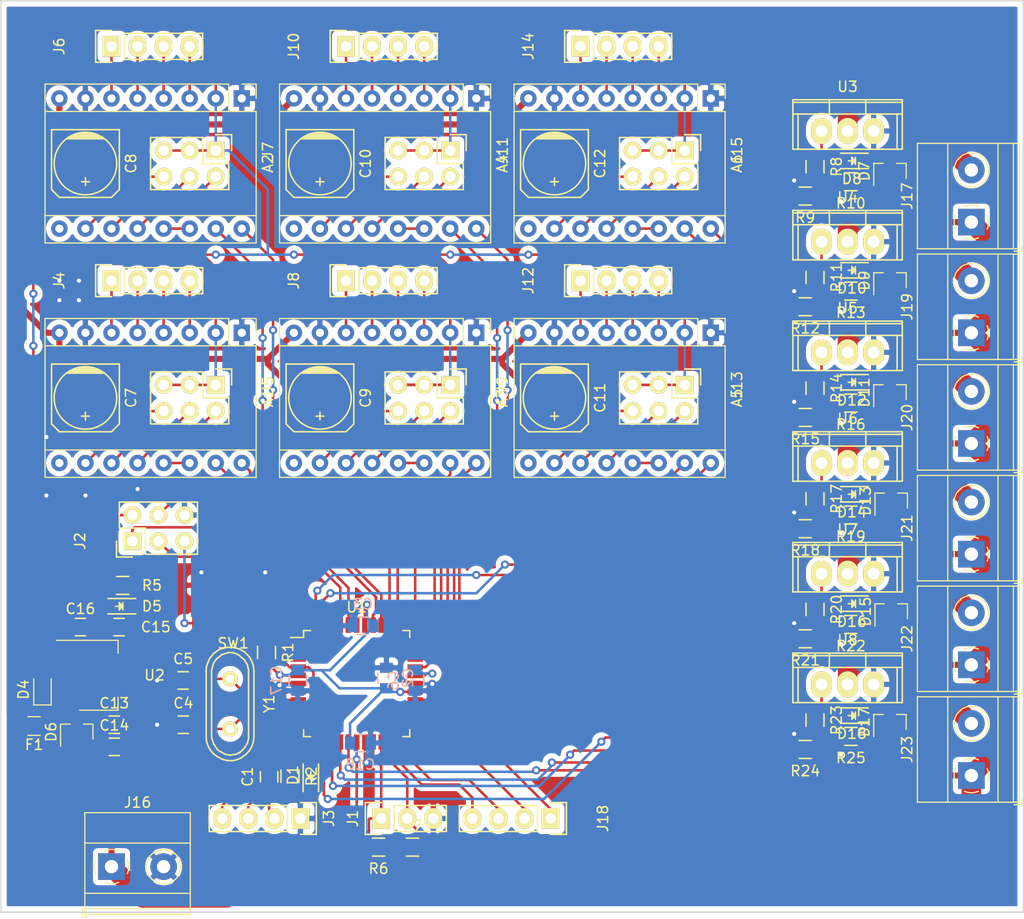
<source format=kicad_pcb>
(kicad_pcb (version 20171130) (host pcbnew "(5.1.4)-1")
  (layers (0 F.Cu signal) (31 B.Cu signal) (34 B.Paste user) (35 F.Paste user) (36 B.SilkS user) (37 F.SilkS user) (38 B.Mask user) (39 F.Mask user) (44 Edge.Cuts user))
  (net 0 "")
  (net 1 /MCU/DTR)
  (net 2 GND)
  (net 3 +3V3)
  (net 4 "Net-(C4-Pad2)")
  (net 5 "Net-(C5-Pad2)")
  (net 6 +12V)
  (net 7 STATUS_1)
  (net 8 "Net-(D1-Pad1)")
  (net 9 "Net-(D5-Pad1)")
  (net 10 /MCU/UART_RX)
  (net 11 /MCU/UART_TX)
  (net 12 "Net-(A1-Pad6)")
  (net 13 "Net-(A1-Pad5)")
  (net 14 "Net-(A1-Pad4)")
  (net 15 "Net-(A1-Pad3)")
  (net 16 "Net-(A1-Pad12)")
  (net 17 "Net-(A1-Pad11)")
  (net 18 "Net-(A1-Pad10)")
  (net 19 "Net-(A2-Pad6)")
  (net 20 "Net-(A2-Pad5)")
  (net 21 "Net-(A2-Pad4)")
  (net 22 "Net-(A2-Pad3)")
  (net 23 "Net-(A2-Pad10)")
  (net 24 "Net-(A2-Pad11)")
  (net 25 "Net-(A2-Pad12)")
  (net 26 "Net-(A3-Pad3)")
  (net 27 "Net-(A3-Pad4)")
  (net 28 "Net-(A3-Pad5)")
  (net 29 "Net-(A3-Pad6)")
  (net 30 "Net-(A3-Pad10)")
  (net 31 "Net-(A3-Pad11)")
  (net 32 "Net-(A3-Pad12)")
  (net 33 "Net-(A4-Pad3)")
  (net 34 "Net-(A4-Pad4)")
  (net 35 "Net-(A4-Pad5)")
  (net 36 "Net-(A4-Pad6)")
  (net 37 "Net-(A4-Pad12)")
  (net 38 "Net-(A4-Pad11)")
  (net 39 "Net-(A4-Pad10)")
  (net 40 "Net-(A5-Pad6)")
  (net 41 "Net-(A5-Pad5)")
  (net 42 "Net-(A5-Pad4)")
  (net 43 "Net-(A5-Pad3)")
  (net 44 "Net-(A5-Pad10)")
  (net 45 "Net-(A5-Pad11)")
  (net 46 "Net-(A5-Pad12)")
  (net 47 "Net-(A6-Pad3)")
  (net 48 "Net-(A6-Pad4)")
  (net 49 "Net-(A6-Pad5)")
  (net 50 "Net-(A6-Pad6)")
  (net 51 "Net-(A6-Pad12)")
  (net 52 "Net-(A6-Pad11)")
  (net 53 "Net-(A6-Pad10)")
  (net 54 /MCU/SCK)
  (net 55 /MCU/MISO)
  (net 56 /MCU/MOSI)
  (net 57 DIR_1)
  (net 58 STEP_1)
  (net 59 "Net-(A1-Pad13)")
  (net 60 DIR_2)
  (net 61 STEP_2)
  (net 62 "Net-(A2-Pad13)")
  (net 63 "Net-(A3-Pad13)")
  (net 64 STEP_3)
  (net 65 DIR_3)
  (net 66 DIR_4)
  (net 67 STEP_4)
  (net 68 "Net-(A4-Pad13)")
  (net 69 "Net-(A5-Pad13)")
  (net 70 STEP_5)
  (net 71 DIR_5)
  (net 72 "Net-(A6-Pad13)")
  (net 73 STEP_6)
  (net 74 DIR_6)
  (net 75 /MCU/AREF)
  (net 76 SCL)
  (net 77 SDA)
  (net 78 /MCU/GPIO_4)
  (net 79 /MCU/GPIO_3)
  (net 80 /MCU/GPIO_2)
  (net 81 /MCU/GPIO_1)
  (net 82 "Net-(C13-Pad1)")
  (net 83 "Net-(D6-Pad1)")
  (net 84 "Net-(D8-Pad1)")
  (net 85 FET_1)
  (net 86 FET_2)
  (net 87 FET_3)
  (net 88 FET_4)
  (net 89 FET_5)
  (net 90 FET_6)
  (net 91 "Net-(R8-Pad1)")
  (net 92 RESET)
  (net 93 "Net-(D10-Pad1)")
  (net 94 "Net-(D12-Pad1)")
  (net 95 "Net-(D14-Pad1)")
  (net 96 "Net-(D16-Pad1)")
  (net 97 "Net-(D18-Pad1)")
  (net 98 "Net-(R11-Pad1)")
  (net 99 "Net-(R14-Pad1)")
  (net 100 "Net-(R17-Pad1)")
  (net 101 "Net-(R20-Pad1)")
  (net 102 "Net-(R23-Pad1)")
  (net 103 "Net-(D7-Pad3)")
  (net 104 "Net-(D9-Pad3)")
  (net 105 "Net-(D11-Pad3)")
  (net 106 "Net-(D13-Pad3)")
  (net 107 "Net-(D15-Pad3)")
  (net 108 "Net-(D17-Pad3)")
  (module TerminalBlock_Phoenix:TerminalBlock_Phoenix_MKDS-1,5-2-5.08_1x02_P5.08mm_Horizontal (layer F.Cu) (at 226.06 75.565 90)
    (fp_text reference J20 (at 2.54 -6.26 90) (layer F.SilkS))
    (fp_text value Screw_Terminal_01x02)
    (pad 2 thru_hole circle (at 5.08 0 90) (size 2.6 2.6) (drill 1.3) (layers *.Cu *.Mask) (net 105 "Net-(D11-Pad3)"))
    (pad 1 thru_hole rect (at 0 0 90) (size 2.6 2.6) (drill 1.3) (layers *.Cu *.Mask) (net 6 +12V))
  )
  (module Power_Integrations:TO-220 (layer F.Cu) (at 213.995 99.06)
    (fp_text reference U8 (at 0 -4.318) (layer F.SilkS))
    (fp_text value STP55NF06L)
    (pad 1 thru_hole oval (at -2.54 0) (size 2.032 2.54) (drill 1.143) (layers *.Cu *.Mask F.SilkS) (net 102 "Net-(R23-Pad1)"))
    (pad 3 thru_hole oval (at 2.54 0) (size 2.032 2.54) (drill 1.143) (layers *.Cu *.Mask F.SilkS) (net 2 GND))
    (pad 2 thru_hole oval (at 0 0) (size 2.032 2.54) (drill 1.143) (layers *.Cu *.Mask F.SilkS) (net 108 "Net-(D17-Pad3)"))
  )
  (module Power_Integrations:TO-220 (layer F.Cu) (at 213.995 88.265)
    (fp_text reference U7 (at 0 -4.318) (layer F.SilkS))
    (fp_text value STP55NF06L)
    (pad 1 thru_hole oval (at -2.54 0) (size 2.032 2.54) (drill 1.143) (layers *.Cu *.Mask F.SilkS) (net 101 "Net-(R20-Pad1)"))
    (pad 3 thru_hole oval (at 2.54 0) (size 2.032 2.54) (drill 1.143) (layers *.Cu *.Mask F.SilkS) (net 2 GND))
    (pad 2 thru_hole oval (at 0 0) (size 2.032 2.54) (drill 1.143) (layers *.Cu *.Mask F.SilkS) (net 107 "Net-(D15-Pad3)"))
  )
  (module Power_Integrations:TO-220 (layer F.Cu) (at 213.995 77.47)
    (fp_text reference U6 (at 0 -4.318) (layer F.SilkS))
    (fp_text value STP55NF06L)
    (pad 1 thru_hole oval (at -2.54 0) (size 2.032 2.54) (drill 1.143) (layers *.Cu *.Mask F.SilkS) (net 100 "Net-(R17-Pad1)"))
    (pad 3 thru_hole oval (at 2.54 0) (size 2.032 2.54) (drill 1.143) (layers *.Cu *.Mask F.SilkS) (net 2 GND))
    (pad 2 thru_hole oval (at 0 0) (size 2.032 2.54) (drill 1.143) (layers *.Cu *.Mask F.SilkS) (net 106 "Net-(D13-Pad3)"))
  )
  (module Power_Integrations:TO-220 (layer F.Cu) (at 213.995 66.675)
    (fp_text reference U5 (at 0 -4.318) (layer F.SilkS))
    (fp_text value STP55NF06L)
    (pad 1 thru_hole oval (at -2.54 0) (size 2.032 2.54) (drill 1.143) (layers *.Cu *.Mask F.SilkS) (net 99 "Net-(R14-Pad1)"))
    (pad 3 thru_hole oval (at 2.54 0) (size 2.032 2.54) (drill 1.143) (layers *.Cu *.Mask F.SilkS) (net 2 GND))
    (pad 2 thru_hole oval (at 0 0) (size 2.032 2.54) (drill 1.143) (layers *.Cu *.Mask F.SilkS) (net 105 "Net-(D11-Pad3)"))
  )
  (module Power_Integrations:TO-220 (layer F.Cu) (at 213.995 55.88)
    (fp_text reference U4 (at 0 -4.318) (layer F.SilkS))
    (fp_text value STP55NF06L)
    (pad 1 thru_hole oval (at -2.54 0) (size 2.032 2.54) (drill 1.143) (layers *.Cu *.Mask F.SilkS) (net 98 "Net-(R11-Pad1)"))
    (pad 3 thru_hole oval (at 2.54 0) (size 2.032 2.54) (drill 1.143) (layers *.Cu *.Mask F.SilkS) (net 2 GND))
    (pad 2 thru_hole oval (at 0 0) (size 2.032 2.54) (drill 1.143) (layers *.Cu *.Mask F.SilkS) (net 104 "Net-(D9-Pad3)"))
  )
  (module Resistors_SMD:R_0805 (layer F.Cu) (at 214.315 104.14 180)
    (fp_text reference R25 (at 0 -2.1) (layer F.SilkS))
    (fp_text value 200)
    (pad 2 smd rect (at 0.95 0 180) (size 0.7 1.3) (layers F.Cu F.Paste F.Mask) (net 2 GND))
    (pad 1 smd rect (at -0.95 0 180) (size 0.7 1.3) (layers F.Cu F.Paste F.Mask) (net 97 "Net-(D18-Pad1)"))
  )
  (module Resistors_SMD:R_0805 (layer F.Cu) (at 209.87 105.41 180)
    (fp_text reference R24 (at 0 -2.1) (layer F.SilkS))
    (fp_text value 100k)
    (pad 2 smd rect (at 0.95 0 180) (size 0.7 1.3) (layers F.Cu F.Paste F.Mask) (net 2 GND))
    (pad 1 smd rect (at -0.95 0 180) (size 0.7 1.3) (layers F.Cu F.Paste F.Mask) (net 90 FET_6))
  )
  (module Resistors_SMD:R_0805 (layer F.Cu) (at 210.82 102.55 270)
    (fp_text reference R23 (at 0 -2.1 90) (layer F.SilkS))
    (fp_text value 10)
    (pad 2 smd rect (at 0.95 0 270) (size 0.7 1.3) (layers F.Cu F.Paste F.Mask) (net 90 FET_6))
    (pad 1 smd rect (at -0.95 0 270) (size 0.7 1.3) (layers F.Cu F.Paste F.Mask) (net 102 "Net-(R23-Pad1)"))
  )
  (module Resistors_SMD:R_0805 (layer F.Cu) (at 214.315 93.218 180)
    (fp_text reference R22 (at 0 -2.1) (layer F.SilkS))
    (fp_text value 200)
    (pad 2 smd rect (at 0.95 0 180) (size 0.7 1.3) (layers F.Cu F.Paste F.Mask) (net 2 GND))
    (pad 1 smd rect (at -0.95 0 180) (size 0.7 1.3) (layers F.Cu F.Paste F.Mask) (net 96 "Net-(D16-Pad1)"))
  )
  (module Resistors_SMD:R_0805 (layer F.Cu) (at 209.87 94.615 180)
    (fp_text reference R21 (at 0 -2.1) (layer F.SilkS))
    (fp_text value 100k)
    (pad 2 smd rect (at 0.95 0 180) (size 0.7 1.3) (layers F.Cu F.Paste F.Mask) (net 2 GND))
    (pad 1 smd rect (at -0.95 0 180) (size 0.7 1.3) (layers F.Cu F.Paste F.Mask) (net 89 FET_5))
  )
  (module Resistors_SMD:R_0805 (layer F.Cu) (at 210.82 91.755 270)
    (fp_text reference R20 (at 0 -2.1 90) (layer F.SilkS))
    (fp_text value 10)
    (pad 2 smd rect (at 0.95 0 270) (size 0.7 1.3) (layers F.Cu F.Paste F.Mask) (net 89 FET_5))
    (pad 1 smd rect (at -0.95 0 270) (size 0.7 1.3) (layers F.Cu F.Paste F.Mask) (net 101 "Net-(R20-Pad1)"))
  )
  (module Resistors_SMD:R_0805 (layer F.Cu) (at 214.31 82.55 180)
    (fp_text reference R19 (at 0 -2.1) (layer F.SilkS))
    (fp_text value 200)
    (pad 2 smd rect (at 0.95 0 180) (size 0.7 1.3) (layers F.Cu F.Paste F.Mask) (net 2 GND))
    (pad 1 smd rect (at -0.95 0 180) (size 0.7 1.3) (layers F.Cu F.Paste F.Mask) (net 95 "Net-(D14-Pad1)"))
  )
  (module Resistors_SMD:R_0805 (layer F.Cu) (at 209.87 83.88 180)
    (fp_text reference R18 (at 0 -2.1) (layer F.SilkS))
    (fp_text value 100k)
    (pad 2 smd rect (at 0.95 0 180) (size 0.7 1.3) (layers F.Cu F.Paste F.Mask) (net 2 GND))
    (pad 1 smd rect (at -0.95 0 180) (size 0.7 1.3) (layers F.Cu F.Paste F.Mask) (net 88 FET_4))
  )
  (module Resistors_SMD:R_0805 (layer F.Cu) (at 210.82 80.96 270)
    (fp_text reference R17 (at 0 -2.1 90) (layer F.SilkS))
    (fp_text value 10)
    (pad 2 smd rect (at 0.95 0 270) (size 0.7 1.3) (layers F.Cu F.Paste F.Mask) (net 88 FET_4))
    (pad 1 smd rect (at -0.95 0 270) (size 0.7 1.3) (layers F.Cu F.Paste F.Mask) (net 100 "Net-(R17-Pad1)"))
  )
  (module Resistors_SMD:R_0805 (layer F.Cu) (at 214.31 71.628 180)
    (fp_text reference R16 (at 0 -2.1) (layer F.SilkS))
    (fp_text value 200)
    (pad 2 smd rect (at 0.95 0 180) (size 0.7 1.3) (layers F.Cu F.Paste F.Mask) (net 2 GND))
    (pad 1 smd rect (at -0.95 0 180) (size 0.7 1.3) (layers F.Cu F.Paste F.Mask) (net 94 "Net-(D12-Pad1)"))
  )
  (module Resistors_SMD:R_0805 (layer F.Cu) (at 209.865 73.025 180)
    (fp_text reference R15 (at 0 -2.1) (layer F.SilkS))
    (fp_text value 100k)
    (pad 2 smd rect (at 0.95 0 180) (size 0.7 1.3) (layers F.Cu F.Paste F.Mask) (net 2 GND))
    (pad 1 smd rect (at -0.95 0 180) (size 0.7 1.3) (layers F.Cu F.Paste F.Mask) (net 87 FET_3))
  )
  (module Resistors_SMD:R_0805 (layer F.Cu) (at 210.82 70.165 270)
    (fp_text reference R14 (at 0 -2.1 90) (layer F.SilkS))
    (fp_text value 10)
    (pad 2 smd rect (at 0.95 0 270) (size 0.7 1.3) (layers F.Cu F.Paste F.Mask) (net 87 FET_3))
    (pad 1 smd rect (at -0.95 0 270) (size 0.7 1.3) (layers F.Cu F.Paste F.Mask) (net 99 "Net-(R14-Pad1)"))
  )
  (module Resistors_SMD:R_0805 (layer F.Cu) (at 214.315 60.706 180)
    (fp_text reference R13 (at 0 -2.1) (layer F.SilkS))
    (fp_text value 200)
    (pad 2 smd rect (at 0.95 0 180) (size 0.7 1.3) (layers F.Cu F.Paste F.Mask) (net 2 GND))
    (pad 1 smd rect (at -0.95 0 180) (size 0.7 1.3) (layers F.Cu F.Paste F.Mask) (net 93 "Net-(D10-Pad1)"))
  )
  (module Resistors_SMD:R_0805 (layer F.Cu) (at 209.865 62.23 180)
    (fp_text reference R12 (at 0 -2.1) (layer F.SilkS))
    (fp_text value 100k)
    (pad 2 smd rect (at 0.95 0 180) (size 0.7 1.3) (layers F.Cu F.Paste F.Mask) (net 2 GND))
    (pad 1 smd rect (at -0.95 0 180) (size 0.7 1.3) (layers F.Cu F.Paste F.Mask) (net 86 FET_2))
  )
  (module Resistors_SMD:R_0805 (layer F.Cu) (at 210.82 59.37 270)
    (fp_text reference R11 (at 0 -2.1 90) (layer F.SilkS))
    (fp_text value 10)
    (pad 2 smd rect (at 0.95 0 270) (size 0.7 1.3) (layers F.Cu F.Paste F.Mask) (net 86 FET_2))
    (pad 1 smd rect (at -0.95 0 270) (size 0.7 1.3) (layers F.Cu F.Paste F.Mask) (net 98 "Net-(R11-Pad1)"))
  )
  (module TerminalBlock_Phoenix:TerminalBlock_Phoenix_MKDS-1,5-2-5.08_1x02_P5.08mm_Horizontal (layer F.Cu) (at 226.06 107.95 90)
    (fp_text reference J23 (at 2.54 -6.26 90) (layer F.SilkS))
    (fp_text value Screw_Terminal_01x02)
    (pad 2 thru_hole circle (at 5.08 0 90) (size 2.6 2.6) (drill 1.3) (layers *.Cu *.Mask) (net 108 "Net-(D17-Pad3)"))
    (pad 1 thru_hole rect (at 0 0 90) (size 2.6 2.6) (drill 1.3) (layers *.Cu *.Mask) (net 6 +12V))
  )
  (module TerminalBlock_Phoenix:TerminalBlock_Phoenix_MKDS-1,5-2-5.08_1x02_P5.08mm_Horizontal (layer F.Cu) (at 226.06 97.155 90)
    (fp_text reference J22 (at 2.54 -6.26 90) (layer F.SilkS))
    (fp_text value Screw_Terminal_01x02)
    (pad 2 thru_hole circle (at 5.08 0 90) (size 2.6 2.6) (drill 1.3) (layers *.Cu *.Mask) (net 107 "Net-(D15-Pad3)"))
    (pad 1 thru_hole rect (at 0 0 90) (size 2.6 2.6) (drill 1.3) (layers *.Cu *.Mask) (net 6 +12V))
  )
  (module TerminalBlock_Phoenix:TerminalBlock_Phoenix_MKDS-1,5-2-5.08_1x02_P5.08mm_Horizontal (layer F.Cu) (at 226.06 86.36 90)
    (fp_text reference J21 (at 2.54 -6.26 90) (layer F.SilkS))
    (fp_text value Screw_Terminal_01x02)
    (pad 2 thru_hole circle (at 5.08 0 90) (size 2.6 2.6) (drill 1.3) (layers *.Cu *.Mask) (net 106 "Net-(D13-Pad3)"))
    (pad 1 thru_hole rect (at 0 0 90) (size 2.6 2.6) (drill 1.3) (layers *.Cu *.Mask) (net 6 +12V))
  )
  (module TerminalBlock_Phoenix:TerminalBlock_Phoenix_MKDS-1,5-2-5.08_1x02_P5.08mm_Horizontal (layer F.Cu) (at 226.06 64.77 90)
    (fp_text reference J19 (at 2.54 -6.26 90) (layer F.SilkS))
    (fp_text value Screw_Terminal_01x02)
    (pad 2 thru_hole circle (at 5.08 0 90) (size 2.6 2.6) (drill 1.3) (layers *.Cu *.Mask) (net 104 "Net-(D9-Pad3)"))
    (pad 1 thru_hole rect (at 0 0 90) (size 2.6 2.6) (drill 1.3) (layers *.Cu *.Mask) (net 6 +12V))
  )
  (module LEDs:LED_0805 (layer F.Cu) (at 214.40902 102.108 180)
    (fp_text reference D18 (at 0 -1.75) (layer F.SilkS))
    (fp_text value LED)
    (pad 1 smd rect (at -1.04902 0) (size 1.19888 1.19888) (layers F.Cu F.Paste F.Mask) (net 97 "Net-(D18-Pad1)"))
    (pad 2 smd rect (at 1.04902 0) (size 1.19888 1.19888) (layers F.Cu F.Paste F.Mask) (net 90 FET_6))
  )
  (module Package_TO_SOT_SMD:SOT-23 (layer F.Cu) (at 218.12 102.759 90)
    (fp_text reference D17 (at 0 -2.5 90) (layer F.SilkS))
    (fp_text value BAV99)
    (pad 3 smd rect (at 1 0 90) (size 0.9 0.8) (layers F.Cu F.Paste F.Mask) (net 108 "Net-(D17-Pad3)"))
    (pad 2 smd rect (at -1 0.95 90) (size 0.9 0.8) (layers F.Cu F.Paste F.Mask) (net 6 +12V))
    (pad 1 smd rect (at -1 -0.95 90) (size 0.9 0.8) (layers F.Cu F.Paste F.Mask))
  )
  (module LEDs:LED_0805 (layer F.Cu) (at 214.40902 91.186 180)
    (fp_text reference D16 (at 0 -1.75) (layer F.SilkS))
    (fp_text value LED)
    (pad 1 smd rect (at -1.04902 0) (size 1.19888 1.19888) (layers F.Cu F.Paste F.Mask) (net 96 "Net-(D16-Pad1)"))
    (pad 2 smd rect (at 1.04902 0) (size 1.19888 1.19888) (layers F.Cu F.Paste F.Mask) (net 89 FET_5))
  )
  (module Package_TO_SOT_SMD:SOT-23 (layer F.Cu) (at 218.247 91.964 90)
    (fp_text reference D15 (at 0 -2.5 90) (layer F.SilkS))
    (fp_text value BAV99)
    (pad 3 smd rect (at 1 0 90) (size 0.9 0.8) (layers F.Cu F.Paste F.Mask) (net 107 "Net-(D15-Pad3)"))
    (pad 2 smd rect (at -1 0.95 90) (size 0.9 0.8) (layers F.Cu F.Paste F.Mask) (net 6 +12V))
    (pad 1 smd rect (at -1 -0.95 90) (size 0.9 0.8) (layers F.Cu F.Paste F.Mask))
  )
  (module LEDs:LED_0805 (layer F.Cu) (at 214.40902 80.518 180)
    (fp_text reference D14 (at 0 -1.75) (layer F.SilkS))
    (fp_text value LED)
    (pad 1 smd rect (at -1.04902 0) (size 1.19888 1.19888) (layers F.Cu F.Paste F.Mask) (net 95 "Net-(D14-Pad1)"))
    (pad 2 smd rect (at 1.04902 0) (size 1.19888 1.19888) (layers F.Cu F.Paste F.Mask) (net 88 FET_4))
  )
  (module Package_TO_SOT_SMD:SOT-23 (layer F.Cu) (at 218.247 81.169 90)
    (fp_text reference D13 (at 0 -2.5 90) (layer F.SilkS))
    (fp_text value BAV99)
    (pad 3 smd rect (at 1 0 90) (size 0.9 0.8) (layers F.Cu F.Paste F.Mask) (net 106 "Net-(D13-Pad3)"))
    (pad 2 smd rect (at -1 0.95 90) (size 0.9 0.8) (layers F.Cu F.Paste F.Mask) (net 6 +12V))
    (pad 1 smd rect (at -1 -0.95 90) (size 0.9 0.8) (layers F.Cu F.Paste F.Mask))
  )
  (module LEDs:LED_0805 (layer F.Cu) (at 214.40902 69.596 180)
    (fp_text reference D12 (at 0 -1.75) (layer F.SilkS))
    (fp_text value LED)
    (pad 1 smd rect (at -1.04902 0) (size 1.19888 1.19888) (layers F.Cu F.Paste F.Mask) (net 94 "Net-(D12-Pad1)"))
    (pad 2 smd rect (at 1.04902 0) (size 1.19888 1.19888) (layers F.Cu F.Paste F.Mask) (net 87 FET_3))
  )
  (module Package_TO_SOT_SMD:SOT-23 (layer F.Cu) (at 218.12 70.596 90)
    (fp_text reference D11 (at 0 -2.5 90) (layer F.SilkS))
    (fp_text value BAV99)
    (pad 3 smd rect (at 1 0 90) (size 0.9 0.8) (layers F.Cu F.Paste F.Mask) (net 105 "Net-(D11-Pad3)"))
    (pad 2 smd rect (at -1 0.95 90) (size 0.9 0.8) (layers F.Cu F.Paste F.Mask) (net 6 +12V))
    (pad 1 smd rect (at -1 -0.95 90) (size 0.9 0.8) (layers F.Cu F.Paste F.Mask))
  )
  (module LEDs:LED_0805 (layer F.Cu) (at 214.40902 58.674 180)
    (fp_text reference D10 (at 0 -1.75) (layer F.SilkS))
    (fp_text value LED)
    (pad 1 smd rect (at -1.04902 0) (size 1.19888 1.19888) (layers F.Cu F.Paste F.Mask) (net 93 "Net-(D10-Pad1)"))
    (pad 2 smd rect (at 1.04902 0) (size 1.19888 1.19888) (layers F.Cu F.Paste F.Mask) (net 86 FET_2))
  )
  (module Package_TO_SOT_SMD:SOT-23 (layer F.Cu) (at 218.125 59.674 90)
    (fp_text reference D9 (at 0 -2.5 90) (layer F.SilkS))
    (fp_text value BAV99)
    (pad 3 smd rect (at 1 0 90) (size 0.9 0.8) (layers F.Cu F.Paste F.Mask) (net 104 "Net-(D9-Pad3)"))
    (pad 2 smd rect (at -1 0.95 90) (size 0.9 0.8) (layers F.Cu F.Paste F.Mask) (net 6 +12V))
    (pad 1 smd rect (at -1 -0.95 90) (size 0.9 0.8) (layers F.Cu F.Paste F.Mask))
  )
  (module TerminalBlock_Phoenix:TerminalBlock_Phoenix_MKDS-1,5-2-5.08_1x02_P5.08mm_Horizontal (layer F.Cu) (at 142.24 116.84)
    (fp_text reference J16 (at 2.54 -6.26) (layer F.SilkS))
    (fp_text value Screw_Terminal_01x02)
    (pad 2 thru_hole circle (at 5.08 0) (size 2.6 2.6) (drill 1.3) (layers *.Cu *.Mask) (net 2 GND))
    (pad 1 thru_hole rect (at 0 0) (size 2.6 2.6) (drill 1.3) (layers *.Cu *.Mask) (net 6 +12V))
  )
  (module Package_TO_SOT_SMD:SOT-23 (layer F.Cu) (at 138.8516 103.6988 90)
    (fp_text reference D6 (at 0 -2.5 90) (layer F.SilkS))
    (fp_text value BAT54C)
    (pad 1 smd rect (at -1 -0.95 90) (size 0.9 0.8) (layers F.Cu F.Paste F.Mask) (net 83 "Net-(D6-Pad1)"))
    (pad 2 smd rect (at -1 0.95 90) (size 0.9 0.8) (layers F.Cu F.Paste F.Mask))
    (pad 3 smd rect (at 1 0 90) (size 0.9 0.8) (layers F.Cu F.Paste F.Mask) (net 82 "Net-(C13-Pad1)"))
  )
  (module Fuse:Fuse_1206_3216Metric (layer F.Cu) (at 134.6932 103.124 180)
    (fp_text reference F1 (at 0 -1.82) (layer F.SilkS))
    (fp_text value 0.25A)
    (pad 2 smd roundrect (at 1.4 0 180) (size 1.25 1.75) (layers F.Cu F.Paste F.Mask) (roundrect_rratio 0.2) (net 6 +12V))
    (pad 1 smd roundrect (at -1.4 0 180) (size 1.25 1.75) (layers F.Cu F.Paste F.Mask) (roundrect_rratio 0.2) (net 83 "Net-(D6-Pad1)"))
  )
  (module Resistors_SMD:R_0805 (layer F.Cu) (at 210.82 48.575 270)
    (fp_text reference R8 (at 0 -2.1 90) (layer F.SilkS))
    (fp_text value 10)
    (pad 2 smd rect (at 0.95 0 270) (size 0.7 1.3) (layers F.Cu F.Paste F.Mask) (net 85 FET_1))
    (pad 1 smd rect (at -0.95 0 270) (size 0.7 1.3) (layers F.Cu F.Paste F.Mask) (net 91 "Net-(R8-Pad1)"))
  )
  (module Power_Integrations:TO-220 (layer F.Cu) (at 213.995 45.085)
    (fp_text reference U3 (at 0 -4.318) (layer F.SilkS))
    (fp_text value STP55NF06L)
    (pad 1 thru_hole oval (at -2.54 0) (size 2.032 2.54) (drill 1.143) (layers *.Cu *.Mask F.SilkS) (net 91 "Net-(R8-Pad1)"))
    (pad 3 thru_hole oval (at 2.54 0) (size 2.032 2.54) (drill 1.143) (layers *.Cu *.Mask F.SilkS) (net 2 GND))
    (pad 2 thru_hole oval (at 0 0) (size 2.032 2.54) (drill 1.143) (layers *.Cu *.Mask F.SilkS) (net 103 "Net-(D7-Pad3)"))
  )
  (module Resistors_SMD:R_0805 (layer F.Cu) (at 214.31 50.038 180)
    (fp_text reference R10 (at 0 -2.1) (layer F.SilkS))
    (fp_text value 200)
    (pad 2 smd rect (at 0.95 0 180) (size 0.7 1.3) (layers F.Cu F.Paste F.Mask) (net 2 GND))
    (pad 1 smd rect (at -0.95 0 180) (size 0.7 1.3) (layers F.Cu F.Paste F.Mask) (net 84 "Net-(D8-Pad1)"))
  )
  (module Resistors_SMD:R_0805 (layer F.Cu) (at 209.87 51.435 180)
    (fp_text reference R9 (at 0 -2.1) (layer F.SilkS))
    (fp_text value 100k)
    (pad 2 smd rect (at 0.95 0 180) (size 0.7 1.3) (layers F.Cu F.Paste F.Mask) (net 2 GND))
    (pad 1 smd rect (at -0.95 0 180) (size 0.7 1.3) (layers F.Cu F.Paste F.Mask) (net 85 FET_1))
  )
  (module TerminalBlock_Phoenix:TerminalBlock_Phoenix_MKDS-1,5-2-5.08_1x02_P5.08mm_Horizontal (layer F.Cu) (at 226.06 53.975 90)
    (fp_text reference J17 (at 2.54 -6.26 90) (layer F.SilkS))
    (fp_text value Screw_Terminal_01x02)
    (pad 2 thru_hole circle (at 5.08 0 90) (size 2.6 2.6) (drill 1.3) (layers *.Cu *.Mask) (net 103 "Net-(D7-Pad3)"))
    (pad 1 thru_hole rect (at 0 0 90) (size 2.6 2.6) (drill 1.3) (layers *.Cu *.Mask) (net 6 +12V))
  )
  (module Pin_Headers:Pin_Header_Straight_2x03 (layer F.Cu) (at 144.272 85.09 90)
    (fp_text reference J2 (at 0 -5.1 90) (layer F.SilkS))
    (fp_text value "SPI Header")
    (pad 6 thru_hole oval (at 2.54 5.08 90) (size 1.7272 1.7272) (drill 1.016) (layers *.Cu *.Mask F.SilkS) (net 2 GND))
    (pad 5 thru_hole oval (at 0 5.08 90) (size 1.7272 1.7272) (drill 1.016) (layers *.Cu *.Mask F.SilkS) (net 92 RESET))
    (pad 4 thru_hole oval (at 2.54 2.54 90) (size 1.7272 1.7272) (drill 1.016) (layers *.Cu *.Mask F.SilkS) (net 56 /MCU/MOSI))
    (pad 3 thru_hole oval (at 0 2.54 90) (size 1.7272 1.7272) (drill 1.016) (layers *.Cu *.Mask F.SilkS) (net 54 /MCU/SCK))
    (pad 2 thru_hole oval (at 2.54 0 90) (size 1.7272 1.7272) (drill 1.016) (layers *.Cu *.Mask F.SilkS) (net 3 +3V3))
    (pad 1 thru_hole rect (at 0 0 90) (size 1.7272 1.7272) (drill 1.016) (layers *.Cu *.Mask F.SilkS) (net 55 /MCU/MISO))
  )
  (module LEDs:LED_0805 (layer F.Cu) (at 214.40902 48.006 180)
    (fp_text reference D8 (at 0 -1.75) (layer F.SilkS))
    (fp_text value LED)
    (pad 1 smd rect (at -1.04902 0) (size 1.19888 1.19888) (layers F.Cu F.Paste F.Mask) (net 84 "Net-(D8-Pad1)"))
    (pad 2 smd rect (at 1.04902 0) (size 1.19888 1.19888) (layers F.Cu F.Paste F.Mask) (net 85 FET_1))
  )
  (module Package_TO_SOT_SMD:SOT-23 (layer F.Cu) (at 218.125 49.006 90)
    (fp_text reference D7 (at 0 -2.5 90) (layer F.SilkS))
    (fp_text value BAV99)
    (pad 1 smd rect (at -1 -0.95 90) (size 0.9 0.8) (layers F.Cu F.Paste F.Mask))
    (pad 2 smd rect (at -1 0.95 90) (size 0.9 0.8) (layers F.Cu F.Paste F.Mask) (net 6 +12V))
    (pad 3 smd rect (at 1 0 90) (size 0.9 0.8) (layers F.Cu F.Paste F.Mask) (net 103 "Net-(D7-Pad3)"))
  )
  (module Package_TO_SOT_SMD:SOT-223-3_TabPin2 (layer F.Cu) (at 140.97 98.171)
    (fp_text reference U2 (at 5.461 0) (layer F.SilkS))
    (fp_text value TLV1117-33)
    (pad 1 smd rect (at -3.15 -2.3) (size 2 1.5) (layers F.Cu F.Paste F.Mask) (net 2 GND))
    (pad 3 smd rect (at -3.15 2.3) (size 2 1.5) (layers F.Cu F.Paste F.Mask) (net 82 "Net-(C13-Pad1)"))
    (pad 2 smd rect (at -3.15 0) (size 2 1.5) (layers F.Cu F.Paste F.Mask) (net 3 +3V3))
    (pad 2 smd rect (at 3.15 0) (size 2 3.8) (layers F.Cu F.Paste F.Mask) (net 3 +3V3))
  )
  (module Module:Pololu_Breakout-16_15.2x20.3mm (layer F.Cu) (at 200.66 64.77 270)
    (fp_text reference A5 (at 6.35 -2.54 90) (layer F.SilkS))
    (fp_text value Pololu_Breakout_A4988)
    (pad 1 thru_hole rect (at 0 0 270) (size 1.6 1.6) (drill 0.8) (layers *.Cu *.Mask) (net 2 GND))
    (pad 9 thru_hole oval (at 12.7 17.78 270) (size 1.6 1.6) (drill 0.8) (layers *.Cu *.Mask))
    (pad 2 thru_hole oval (at 0 2.54 270) (size 1.6 1.6) (drill 0.8) (layers *.Cu *.Mask) (net 3 +3V3))
    (pad 10 thru_hole oval (at 12.7 15.24 270) (size 1.6 1.6) (drill 0.8) (layers *.Cu *.Mask) (net 44 "Net-(A5-Pad10)"))
    (pad 3 thru_hole oval (at 0 5.08 270) (size 1.6 1.6) (drill 0.8) (layers *.Cu *.Mask) (net 43 "Net-(A5-Pad3)"))
    (pad 11 thru_hole oval (at 12.7 12.7 270) (size 1.6 1.6) (drill 0.8) (layers *.Cu *.Mask) (net 45 "Net-(A5-Pad11)"))
    (pad 4 thru_hole oval (at 0 7.62 270) (size 1.6 1.6) (drill 0.8) (layers *.Cu *.Mask) (net 42 "Net-(A5-Pad4)"))
    (pad 12 thru_hole oval (at 12.7 10.16 270) (size 1.6 1.6) (drill 0.8) (layers *.Cu *.Mask) (net 46 "Net-(A5-Pad12)"))
    (pad 5 thru_hole oval (at 0 10.16 270) (size 1.6 1.6) (drill 0.8) (layers *.Cu *.Mask) (net 41 "Net-(A5-Pad5)"))
    (pad 13 thru_hole oval (at 12.7 7.62 270) (size 1.6 1.6) (drill 0.8) (layers *.Cu *.Mask) (net 69 "Net-(A5-Pad13)"))
    (pad 6 thru_hole oval (at 0 12.7 270) (size 1.6 1.6) (drill 0.8) (layers *.Cu *.Mask) (net 40 "Net-(A5-Pad6)"))
    (pad 14 thru_hole oval (at 12.7 5.08 270) (size 1.6 1.6) (drill 0.8) (layers *.Cu *.Mask) (net 69 "Net-(A5-Pad13)"))
    (pad 7 thru_hole oval (at 0 15.24 270) (size 1.6 1.6) (drill 0.8) (layers *.Cu *.Mask) (net 2 GND))
    (pad 15 thru_hole oval (at 12.7 2.54 270) (size 1.6 1.6) (drill 0.8) (layers *.Cu *.Mask) (net 70 STEP_5))
    (pad 8 thru_hole oval (at 0 17.78 270) (size 1.6 1.6) (drill 0.8) (layers *.Cu *.Mask) (net 6 +12V))
    (pad 16 thru_hole oval (at 12.7 0 270) (size 1.6 1.6) (drill 0.8) (layers *.Cu *.Mask) (net 71 DIR_5))
  )
  (module Diode_SMD:D_SOD-323 (layer F.Cu) (at 135.509 99.568 90)
    (fp_text reference D4 (at 0 -1.85 90) (layer F.SilkS))
    (fp_text value 1n4148)
    (pad 2 smd rect (at 1.05 0 90) (size 0.6 0.45) (layers F.Cu F.Paste F.Mask) (net 3 +3V3))
    (pad 1 smd rect (at -1.05 0 90) (size 0.6 0.45) (layers F.Cu F.Paste F.Mask) (net 82 "Net-(C13-Pad1)"))
  )
  (module Capacitors_SMD:c_elec_6.3x5.3 (layer F.Cu) (at 185.42 48.26 270)
    (fp_text reference C12 (at 0 -4.445 90) (layer F.SilkS))
    (fp_text value CP)
    (pad 2 smd rect (at -2.75082 0 270) (size 3.59918 1.6002) (layers F.Cu F.Paste F.Mask) (net 2 GND))
    (pad 1 smd rect (at 2.75082 0 270) (size 3.59918 1.6002) (layers F.Cu F.Paste F.Mask) (net 6 +12V))
  )
  (module Capacitors_SMD:c_elec_6.3x5.3 (layer F.Cu) (at 185.42 71.12 270)
    (fp_text reference C11 (at 0 -4.445 90) (layer F.SilkS))
    (fp_text value CP)
    (pad 2 smd rect (at -2.75082 0 270) (size 3.59918 1.6002) (layers F.Cu F.Paste F.Mask) (net 2 GND))
    (pad 1 smd rect (at 2.75082 0 270) (size 3.59918 1.6002) (layers F.Cu F.Paste F.Mask) (net 6 +12V))
  )
  (module Capacitors_SMD:c_elec_6.3x5.3 (layer F.Cu) (at 162.56 48.26 270)
    (fp_text reference C10 (at 0 -4.445 90) (layer F.SilkS))
    (fp_text value CP)
    (pad 2 smd rect (at -2.75082 0 270) (size 3.59918 1.6002) (layers F.Cu F.Paste F.Mask) (net 2 GND))
    (pad 1 smd rect (at 2.75082 0 270) (size 3.59918 1.6002) (layers F.Cu F.Paste F.Mask) (net 6 +12V))
  )
  (module Capacitors_SMD:c_elec_6.3x5.3 (layer F.Cu) (at 162.56 71.12 270)
    (fp_text reference C9 (at 0 -4.445 90) (layer F.SilkS))
    (fp_text value CP)
    (pad 2 smd rect (at -2.75082 0 270) (size 3.59918 1.6002) (layers F.Cu F.Paste F.Mask) (net 2 GND))
    (pad 1 smd rect (at 2.75082 0 270) (size 3.59918 1.6002) (layers F.Cu F.Paste F.Mask) (net 6 +12V))
  )
  (module Capacitors_SMD:c_elec_6.3x5.3 (layer F.Cu) (at 139.7 48.26 270)
    (fp_text reference C8 (at 0 -4.445 90) (layer F.SilkS))
    (fp_text value CP)
    (pad 2 smd rect (at -2.75082 0 270) (size 3.59918 1.6002) (layers F.Cu F.Paste F.Mask) (net 2 GND))
    (pad 1 smd rect (at 2.75082 0 270) (size 3.59918 1.6002) (layers F.Cu F.Paste F.Mask) (net 6 +12V))
  )
  (module Capacitors_SMD:c_elec_6.3x5.3 (layer F.Cu) (at 139.7 71.12 270)
    (fp_text reference C7 (at 0 -4.445 90) (layer F.SilkS))
    (fp_text value CP)
    (pad 2 smd rect (at -2.75082 0 270) (size 3.59918 1.6002) (layers F.Cu F.Paste F.Mask) (net 2 GND))
    (pad 1 smd rect (at 2.75082 0 270) (size 3.59918 1.6002) (layers F.Cu F.Paste F.Mask) (net 6 +12V))
  )
  (module Crystals:Crystal_HC49-U_Vertical (layer F.Cu) (at 153.797 100.965 270)
    (fp_text reference Y1 (at 0 -3.81 90) (layer F.SilkS))
    (fp_text value 16MHz)
    (pad 2 thru_hole circle (at 2.44094 0 270) (size 1.50114 1.50114) (drill 0.8001) (layers *.Cu *.Mask F.SilkS) (net 4 "Net-(C4-Pad2)"))
    (pad 1 thru_hole circle (at -2.44094 0 270) (size 1.50114 1.50114) (drill 0.8001) (layers *.Cu *.Mask F.SilkS) (net 5 "Net-(C5-Pad2)"))
  )
  (module Resistors_SMD:R_0805 (layer F.Cu) (at 171.577 114.935)
    (fp_text reference R7 (at 0 -2.1) (layer F.SilkS))
    (fp_text value 4k7)
    (pad 2 smd rect (at 0.95 0) (size 0.7 1.3) (layers F.Cu F.Paste F.Mask) (net 77 SDA))
    (pad 1 smd rect (at -0.95 0) (size 0.7 1.3) (layers F.Cu F.Paste F.Mask) (net 3 +3V3))
  )
  (module Resistors_SMD:R_0805 (layer F.Cu) (at 168.275 114.935 180)
    (fp_text reference R6 (at 0 -2.1) (layer F.SilkS))
    (fp_text value 4k7)
    (pad 2 smd rect (at 0.95 0 180) (size 0.7 1.3) (layers F.Cu F.Paste F.Mask) (net 76 SCL))
    (pad 1 smd rect (at -0.95 0 180) (size 0.7 1.3) (layers F.Cu F.Paste F.Mask) (net 3 +3V3))
  )
  (module Resistors_SMD:R_0805 (layer F.Cu) (at 143.322 89.408 180)
    (fp_text reference R5 (at -2.855 0) (layer F.SilkS))
    (fp_text value 200)
    (pad 2 smd rect (at 0.95 0 180) (size 0.7 1.3) (layers F.Cu F.Paste F.Mask) (net 2 GND))
    (pad 1 smd rect (at -0.95 0 180) (size 0.7 1.3) (layers F.Cu F.Paste F.Mask) (net 9 "Net-(D5-Pad1)"))
  )
  (module Resistors_SMD:R_0805 (layer F.Cu) (at 159.639 108.016 270)
    (fp_text reference R2 (at 0 -2.1 90) (layer F.SilkS))
    (fp_text value 200)
    (pad 2 smd rect (at 0.95 0 270) (size 0.7 1.3) (layers F.Cu F.Paste F.Mask) (net 2 GND))
    (pad 1 smd rect (at -0.95 0 270) (size 0.7 1.3) (layers F.Cu F.Paste F.Mask) (net 8 "Net-(D1-Pad1)"))
  )
  (module Resistors_SMD:R_0805 (layer F.Cu) (at 157.353 95.951 270)
    (fp_text reference R1 (at 0 -2.1 90) (layer F.SilkS))
    (fp_text value 10k)
    (pad 2 smd rect (at 0.95 0 270) (size 0.7 1.3) (layers F.Cu F.Paste F.Mask) (net 3 +3V3))
    (pad 1 smd rect (at -0.95 0 270) (size 0.7 1.3) (layers F.Cu F.Paste F.Mask) (net 92 RESET))
  )
  (module LEDs:LED_0805 (layer F.Cu) (at 143.002 91.44 180)
    (fp_text reference D5 (at -3.175 0) (layer F.SilkS))
    (fp_text value "3.3V PWR")
    (pad 1 smd rect (at -1.04902 0) (size 1.19888 1.19888) (layers F.Cu F.Paste F.Mask) (net 9 "Net-(D5-Pad1)"))
    (pad 2 smd rect (at 1.04902 0) (size 1.19888 1.19888) (layers F.Cu F.Paste F.Mask) (net 3 +3V3))
  )
  (module LEDs:LED_0805 (layer F.Cu) (at 161.671 107.91698 90)
    (fp_text reference D1 (at 0 -1.75 90) (layer F.SilkS))
    (fp_text value "Status 1")
    (pad 1 smd rect (at -1.04902 0 270) (size 1.19888 1.19888) (layers F.Cu F.Paste F.Mask) (net 8 "Net-(D1-Pad1)"))
    (pad 2 smd rect (at 1.04902 0 270) (size 1.19888 1.19888) (layers F.Cu F.Paste F.Mask) (net 7 STATUS_1))
  )
  (module Capacitors_SMD:C_0805 (layer B.Cu) (at 166.497 104.775)
    (fp_text reference C18 (at 0 2.1) (layer B.SilkS) (effects (justify mirror)))
    (fp_text value 100n)
    (pad 2 smd rect (at 1 0) (size 1 1.25) (layers B.Cu B.Paste B.Mask) (net 2 GND))
    (pad 1 smd rect (at -1 0) (size 1 1.25) (layers B.Cu B.Paste B.Mask) (net 3 +3V3))
  )
  (module Capacitors_SMD:C_0805 (layer B.Cu) (at 160.401 98.679 270)
    (fp_text reference C17 (at 0 2.1 90) (layer B.SilkS) (effects (justify mirror)))
    (fp_text value 100n)
    (pad 2 smd rect (at 1 0 270) (size 1 1.25) (layers B.Cu B.Paste B.Mask) (net 2 GND))
    (pad 1 smd rect (at -1 0 270) (size 1 1.25) (layers B.Cu B.Paste B.Mask) (net 3 +3V3))
  )
  (module Capacitors_SMD:C_0805 (layer F.Cu) (at 139.208 93.472 180)
    (fp_text reference C16 (at 0 1.778) (layer F.SilkS))
    (fp_text value 100n)
    (pad 2 smd rect (at 1 0 180) (size 1 1.25) (layers F.Cu F.Paste F.Mask) (net 2 GND))
    (pad 1 smd rect (at -1 0 180) (size 1 1.25) (layers F.Cu F.Paste F.Mask) (net 3 +3V3))
  )
  (module Capacitors_SMD:C_0805 (layer F.Cu) (at 142.986 93.472)
    (fp_text reference C15 (at 3.572 0) (layer F.SilkS))
    (fp_text value 10u)
    (pad 2 smd rect (at 1 0) (size 1 1.25) (layers F.Cu F.Paste F.Mask) (net 2 GND))
    (pad 1 smd rect (at -1 0) (size 1 1.25) (layers F.Cu F.Paste F.Mask) (net 3 +3V3))
  )
  (module Capacitors_SMD:C_0805 (layer F.Cu) (at 142.51 105.156)
    (fp_text reference C14 (at 0 -2.1) (layer F.SilkS))
    (fp_text value 100n)
    (pad 2 smd rect (at 1 0) (size 1 1.25) (layers F.Cu F.Paste F.Mask) (net 2 GND))
    (pad 1 smd rect (at -1 0) (size 1 1.25) (layers F.Cu F.Paste F.Mask) (net 82 "Net-(C13-Pad1)"))
  )
  (module Capacitors_SMD:C_0805 (layer F.Cu) (at 142.51 102.997)
    (fp_text reference C13 (at 0 -2.1) (layer F.SilkS))
    (fp_text value 10u)
    (pad 2 smd rect (at 1 0) (size 1 1.25) (layers F.Cu F.Paste F.Mask) (net 2 GND))
    (pad 1 smd rect (at -1 0) (size 1 1.25) (layers F.Cu F.Paste F.Mask) (net 82 "Net-(C13-Pad1)"))
  )
  (module Capacitors_SMD:C_0805 (layer B.Cu) (at 171.831 98.679 270)
    (fp_text reference C6 (at 0 2.1 270) (layer B.SilkS) (effects (justify mirror)))
    (fp_text value 100n)
    (pad 2 smd rect (at 1 0 270) (size 1 1.25) (layers B.Cu B.Paste B.Mask) (net 2 GND))
    (pad 1 smd rect (at -1 0 270) (size 1 1.25) (layers B.Cu B.Paste B.Mask) (net 75 /MCU/AREF))
  )
  (module Capacitors_SMD:C_0805 (layer F.Cu) (at 149.225 98.679)
    (fp_text reference C5 (at 0 -2.1) (layer F.SilkS))
    (fp_text value 22p)
    (pad 2 smd rect (at 1 0) (size 1 1.25) (layers F.Cu F.Paste F.Mask) (net 5 "Net-(C5-Pad2)"))
    (pad 1 smd rect (at -1 0) (size 1 1.25) (layers F.Cu F.Paste F.Mask) (net 2 GND))
  )
  (module Capacitors_SMD:C_0805 (layer F.Cu) (at 149.241 102.997)
    (fp_text reference C4 (at 0 -2.1) (layer F.SilkS))
    (fp_text value 22p)
    (pad 2 smd rect (at 1 0) (size 1 1.25) (layers F.Cu F.Paste F.Mask) (net 4 "Net-(C4-Pad2)"))
    (pad 1 smd rect (at -1 0) (size 1 1.25) (layers F.Cu F.Paste F.Mask) (net 2 GND))
  )
  (module Capacitors_SMD:C_0805 (layer B.Cu) (at 166.751 93.345 180)
    (fp_text reference C3 (at 0 2.1) (layer B.SilkS) (effects (justify mirror)))
    (fp_text value 100n)
    (pad 2 smd rect (at 1 0 180) (size 1 1.25) (layers B.Cu B.Paste B.Mask) (net 2 GND))
    (pad 1 smd rect (at -1 0 180) (size 1 1.25) (layers B.Cu B.Paste B.Mask) (net 3 +3V3))
  )
  (module Capacitors_SMD:C_0805 (layer B.Cu) (at 169.037 98.441 90)
    (fp_text reference C2 (at 0 2.1 90) (layer B.SilkS) (effects (justify mirror)))
    (fp_text value 100n)
    (pad 2 smd rect (at 1 0 90) (size 1 1.25) (layers B.Cu B.Paste B.Mask) (net 2 GND))
    (pad 1 smd rect (at -1 0 90) (size 1 1.25) (layers B.Cu B.Paste B.Mask) (net 3 +3V3))
  )
  (module Capacitors_SMD:C_0805 (layer F.Cu) (at 157.607 108.077 90)
    (fp_text reference C1 (at 0 -2.1 90) (layer F.SilkS))
    (fp_text value 100n)
    (pad 2 smd rect (at 1 0 90) (size 1 1.25) (layers F.Cu F.Paste F.Mask) (net 92 RESET))
    (pad 1 smd rect (at -1 0 90) (size 1 1.25) (layers F.Cu F.Paste F.Mask) (net 1 /MCU/DTR))
  )
  (module Pin_Headers:Pin_Header_Straight_2x03 (layer F.Cu) (at 198.12 46.99 270)
    (fp_text reference J15 (at 0 -5.1 90) (layer F.SilkS))
    (fp_text value Conn_02x03_Counter_Clockwise)
    (pad 6 thru_hole oval (at 2.54 5.08 270) (size 1.7272 1.7272) (drill 1.016) (layers *.Cu *.Mask F.SilkS) (net 53 "Net-(A6-Pad10)"))
    (pad 5 thru_hole oval (at 0 5.08 270) (size 1.7272 1.7272) (drill 1.016) (layers *.Cu *.Mask F.SilkS) (net 3 +3V3))
    (pad 4 thru_hole oval (at 2.54 2.54 270) (size 1.7272 1.7272) (drill 1.016) (layers *.Cu *.Mask F.SilkS) (net 52 "Net-(A6-Pad11)"))
    (pad 3 thru_hole oval (at 0 2.54 270) (size 1.7272 1.7272) (drill 1.016) (layers *.Cu *.Mask F.SilkS) (net 3 +3V3))
    (pad 2 thru_hole oval (at 2.54 0 270) (size 1.7272 1.7272) (drill 1.016) (layers *.Cu *.Mask F.SilkS) (net 51 "Net-(A6-Pad12)"))
    (pad 1 thru_hole rect (at 0 0 270) (size 1.7272 1.7272) (drill 1.016) (layers *.Cu *.Mask F.SilkS) (net 3 +3V3))
  )
  (module Pin_Headers:Pin_Header_Straight_1x04 (layer F.Cu) (at 187.96 36.83 90)
    (fp_text reference J14 (at 0 -5.1 90) (layer F.SilkS))
    (fp_text value Conn_01x04_Male)
    (pad 4 thru_hole oval (at 0 7.62 90) (size 2.032 1.7272) (drill 1.016) (layers *.Cu *.Mask F.SilkS) (net 47 "Net-(A6-Pad3)"))
    (pad 3 thru_hole oval (at 0 5.08 90) (size 2.032 1.7272) (drill 1.016) (layers *.Cu *.Mask F.SilkS) (net 48 "Net-(A6-Pad4)"))
    (pad 2 thru_hole oval (at 0 2.54 90) (size 2.032 1.7272) (drill 1.016) (layers *.Cu *.Mask F.SilkS) (net 49 "Net-(A6-Pad5)"))
    (pad 1 thru_hole rect (at 0 0 90) (size 2.032 1.7272) (drill 1.016) (layers *.Cu *.Mask F.SilkS) (net 50 "Net-(A6-Pad6)"))
  )
  (module Pin_Headers:Pin_Header_Straight_2x03 (layer F.Cu) (at 198.12 69.85 270)
    (fp_text reference J13 (at 0 -5.1 90) (layer F.SilkS))
    (fp_text value Conn_02x03_Counter_Clockwise)
    (pad 6 thru_hole oval (at 2.54 5.08 270) (size 1.7272 1.7272) (drill 1.016) (layers *.Cu *.Mask F.SilkS) (net 44 "Net-(A5-Pad10)"))
    (pad 5 thru_hole oval (at 0 5.08 270) (size 1.7272 1.7272) (drill 1.016) (layers *.Cu *.Mask F.SilkS) (net 3 +3V3))
    (pad 4 thru_hole oval (at 2.54 2.54 270) (size 1.7272 1.7272) (drill 1.016) (layers *.Cu *.Mask F.SilkS) (net 45 "Net-(A5-Pad11)"))
    (pad 3 thru_hole oval (at 0 2.54 270) (size 1.7272 1.7272) (drill 1.016) (layers *.Cu *.Mask F.SilkS) (net 3 +3V3))
    (pad 2 thru_hole oval (at 2.54 0 270) (size 1.7272 1.7272) (drill 1.016) (layers *.Cu *.Mask F.SilkS) (net 46 "Net-(A5-Pad12)"))
    (pad 1 thru_hole rect (at 0 0 270) (size 1.7272 1.7272) (drill 1.016) (layers *.Cu *.Mask F.SilkS) (net 3 +3V3))
  )
  (module Pin_Headers:Pin_Header_Straight_1x04 (layer F.Cu) (at 187.96 59.69 90)
    (fp_text reference J12 (at 0 -5.1 90) (layer F.SilkS))
    (fp_text value Conn_01x04_Male)
    (pad 4 thru_hole oval (at 0 7.62 90) (size 2.032 1.7272) (drill 1.016) (layers *.Cu *.Mask F.SilkS) (net 43 "Net-(A5-Pad3)"))
    (pad 3 thru_hole oval (at 0 5.08 90) (size 2.032 1.7272) (drill 1.016) (layers *.Cu *.Mask F.SilkS) (net 42 "Net-(A5-Pad4)"))
    (pad 2 thru_hole oval (at 0 2.54 90) (size 2.032 1.7272) (drill 1.016) (layers *.Cu *.Mask F.SilkS) (net 41 "Net-(A5-Pad5)"))
    (pad 1 thru_hole rect (at 0 0 90) (size 2.032 1.7272) (drill 1.016) (layers *.Cu *.Mask F.SilkS) (net 40 "Net-(A5-Pad6)"))
  )
  (module Pin_Headers:Pin_Header_Straight_2x03 (layer F.Cu) (at 175.26 46.99 270)
    (fp_text reference J11 (at 0 -5.1 90) (layer F.SilkS))
    (fp_text value Conn_02x03_Counter_Clockwise)
    (pad 6 thru_hole oval (at 2.54 5.08 270) (size 1.7272 1.7272) (drill 1.016) (layers *.Cu *.Mask F.SilkS) (net 39 "Net-(A4-Pad10)"))
    (pad 5 thru_hole oval (at 0 5.08 270) (size 1.7272 1.7272) (drill 1.016) (layers *.Cu *.Mask F.SilkS) (net 3 +3V3))
    (pad 4 thru_hole oval (at 2.54 2.54 270) (size 1.7272 1.7272) (drill 1.016) (layers *.Cu *.Mask F.SilkS) (net 38 "Net-(A4-Pad11)"))
    (pad 3 thru_hole oval (at 0 2.54 270) (size 1.7272 1.7272) (drill 1.016) (layers *.Cu *.Mask F.SilkS) (net 3 +3V3))
    (pad 2 thru_hole oval (at 2.54 0 270) (size 1.7272 1.7272) (drill 1.016) (layers *.Cu *.Mask F.SilkS) (net 37 "Net-(A4-Pad12)"))
    (pad 1 thru_hole rect (at 0 0 270) (size 1.7272 1.7272) (drill 1.016) (layers *.Cu *.Mask F.SilkS) (net 3 +3V3))
  )
  (module Pin_Headers:Pin_Header_Straight_1x04 (layer F.Cu) (at 165.1 36.83 90)
    (fp_text reference J10 (at 0 -5.1 90) (layer F.SilkS))
    (fp_text value Conn_01x04_Male)
    (pad 4 thru_hole oval (at 0 7.62 90) (size 2.032 1.7272) (drill 1.016) (layers *.Cu *.Mask F.SilkS) (net 33 "Net-(A4-Pad3)"))
    (pad 3 thru_hole oval (at 0 5.08 90) (size 2.032 1.7272) (drill 1.016) (layers *.Cu *.Mask F.SilkS) (net 34 "Net-(A4-Pad4)"))
    (pad 2 thru_hole oval (at 0 2.54 90) (size 2.032 1.7272) (drill 1.016) (layers *.Cu *.Mask F.SilkS) (net 35 "Net-(A4-Pad5)"))
    (pad 1 thru_hole rect (at 0 0 90) (size 2.032 1.7272) (drill 1.016) (layers *.Cu *.Mask F.SilkS) (net 36 "Net-(A4-Pad6)"))
  )
  (module Pin_Headers:Pin_Header_Straight_2x03 (layer F.Cu) (at 175.26 69.85 270)
    (fp_text reference J9 (at 0 -5.1 90) (layer F.SilkS))
    (fp_text value Conn_02x03_Counter_Clockwise)
    (pad 6 thru_hole oval (at 2.54 5.08 270) (size 1.7272 1.7272) (drill 1.016) (layers *.Cu *.Mask F.SilkS) (net 30 "Net-(A3-Pad10)"))
    (pad 5 thru_hole oval (at 0 5.08 270) (size 1.7272 1.7272) (drill 1.016) (layers *.Cu *.Mask F.SilkS) (net 3 +3V3))
    (pad 4 thru_hole oval (at 2.54 2.54 270) (size 1.7272 1.7272) (drill 1.016) (layers *.Cu *.Mask F.SilkS) (net 31 "Net-(A3-Pad11)"))
    (pad 3 thru_hole oval (at 0 2.54 270) (size 1.7272 1.7272) (drill 1.016) (layers *.Cu *.Mask F.SilkS) (net 3 +3V3))
    (pad 2 thru_hole oval (at 2.54 0 270) (size 1.7272 1.7272) (drill 1.016) (layers *.Cu *.Mask F.SilkS) (net 32 "Net-(A3-Pad12)"))
    (pad 1 thru_hole rect (at 0 0 270) (size 1.7272 1.7272) (drill 1.016) (layers *.Cu *.Mask F.SilkS) (net 3 +3V3))
  )
  (module Pin_Headers:Pin_Header_Straight_1x04 (layer F.Cu) (at 165.1 59.69 90)
    (fp_text reference J8 (at 0 -5.1 90) (layer F.SilkS))
    (fp_text value Conn_01x04_Male)
    (pad 4 thru_hole oval (at 0 7.62 90) (size 2.032 1.7272) (drill 1.016) (layers *.Cu *.Mask F.SilkS) (net 26 "Net-(A3-Pad3)"))
    (pad 3 thru_hole oval (at 0 5.08 90) (size 2.032 1.7272) (drill 1.016) (layers *.Cu *.Mask F.SilkS) (net 27 "Net-(A3-Pad4)"))
    (pad 2 thru_hole oval (at 0 2.54 90) (size 2.032 1.7272) (drill 1.016) (layers *.Cu *.Mask F.SilkS) (net 28 "Net-(A3-Pad5)"))
    (pad 1 thru_hole rect (at 0 0 90) (size 2.032 1.7272) (drill 1.016) (layers *.Cu *.Mask F.SilkS) (net 29 "Net-(A3-Pad6)"))
  )
  (module Pin_Headers:Pin_Header_Straight_2x03 (layer F.Cu) (at 152.4 46.99 270)
    (fp_text reference J7 (at 0 -5.1 90) (layer F.SilkS))
    (fp_text value Conn_02x03_Counter_Clockwise)
    (pad 6 thru_hole oval (at 2.54 5.08 270) (size 1.7272 1.7272) (drill 1.016) (layers *.Cu *.Mask F.SilkS) (net 23 "Net-(A2-Pad10)"))
    (pad 5 thru_hole oval (at 0 5.08 270) (size 1.7272 1.7272) (drill 1.016) (layers *.Cu *.Mask F.SilkS) (net 3 +3V3))
    (pad 4 thru_hole oval (at 2.54 2.54 270) (size 1.7272 1.7272) (drill 1.016) (layers *.Cu *.Mask F.SilkS) (net 24 "Net-(A2-Pad11)"))
    (pad 3 thru_hole oval (at 0 2.54 270) (size 1.7272 1.7272) (drill 1.016) (layers *.Cu *.Mask F.SilkS) (net 3 +3V3))
    (pad 2 thru_hole oval (at 2.54 0 270) (size 1.7272 1.7272) (drill 1.016) (layers *.Cu *.Mask F.SilkS) (net 25 "Net-(A2-Pad12)"))
    (pad 1 thru_hole rect (at 0 0 270) (size 1.7272 1.7272) (drill 1.016) (layers *.Cu *.Mask F.SilkS) (net 3 +3V3))
  )
  (module Pin_Headers:Pin_Header_Straight_1x04 (layer F.Cu) (at 142.24 36.83 90)
    (fp_text reference J6 (at 0 -5.1 90) (layer F.SilkS))
    (fp_text value Conn_01x04_Male)
    (pad 4 thru_hole oval (at 0 7.62 90) (size 2.032 1.7272) (drill 1.016) (layers *.Cu *.Mask F.SilkS) (net 22 "Net-(A2-Pad3)"))
    (pad 3 thru_hole oval (at 0 5.08 90) (size 2.032 1.7272) (drill 1.016) (layers *.Cu *.Mask F.SilkS) (net 21 "Net-(A2-Pad4)"))
    (pad 2 thru_hole oval (at 0 2.54 90) (size 2.032 1.7272) (drill 1.016) (layers *.Cu *.Mask F.SilkS) (net 20 "Net-(A2-Pad5)"))
    (pad 1 thru_hole rect (at 0 0 90) (size 2.032 1.7272) (drill 1.016) (layers *.Cu *.Mask F.SilkS) (net 19 "Net-(A2-Pad6)"))
  )
  (module Pin_Headers:Pin_Header_Straight_2x03 (layer F.Cu) (at 152.4 69.85 270)
    (fp_text reference J5 (at 0 -5.1 90) (layer F.SilkS))
    (fp_text value Conn_02x03_Counter_Clockwise)
    (pad 6 thru_hole oval (at 2.54 5.08 270) (size 1.7272 1.7272) (drill 1.016) (layers *.Cu *.Mask F.SilkS) (net 18 "Net-(A1-Pad10)"))
    (pad 5 thru_hole oval (at 0 5.08 270) (size 1.7272 1.7272) (drill 1.016) (layers *.Cu *.Mask F.SilkS) (net 3 +3V3))
    (pad 4 thru_hole oval (at 2.54 2.54 270) (size 1.7272 1.7272) (drill 1.016) (layers *.Cu *.Mask F.SilkS) (net 17 "Net-(A1-Pad11)"))
    (pad 3 thru_hole oval (at 0 2.54 270) (size 1.7272 1.7272) (drill 1.016) (layers *.Cu *.Mask F.SilkS) (net 3 +3V3))
    (pad 2 thru_hole oval (at 2.54 0 270) (size 1.7272 1.7272) (drill 1.016) (layers *.Cu *.Mask F.SilkS) (net 16 "Net-(A1-Pad12)"))
    (pad 1 thru_hole rect (at 0 0 270) (size 1.7272 1.7272) (drill 1.016) (layers *.Cu *.Mask F.SilkS) (net 3 +3V3))
  )
  (module Pin_Headers:Pin_Header_Straight_1x04 (layer F.Cu) (at 142.24 59.69 90)
    (fp_text reference J4 (at 0 -5.1 90) (layer F.SilkS))
    (fp_text value Conn_01x04_Male)
    (pad 4 thru_hole oval (at 0 7.62 90) (size 2.032 1.7272) (drill 1.016) (layers *.Cu *.Mask F.SilkS) (net 15 "Net-(A1-Pad3)"))
    (pad 3 thru_hole oval (at 0 5.08 90) (size 2.032 1.7272) (drill 1.016) (layers *.Cu *.Mask F.SilkS) (net 14 "Net-(A1-Pad4)"))
    (pad 2 thru_hole oval (at 0 2.54 90) (size 2.032 1.7272) (drill 1.016) (layers *.Cu *.Mask F.SilkS) (net 13 "Net-(A1-Pad5)"))
    (pad 1 thru_hole rect (at 0 0 90) (size 2.032 1.7272) (drill 1.016) (layers *.Cu *.Mask F.SilkS) (net 12 "Net-(A1-Pad6)"))
  )
  (module Pin_Headers:Pin_Header_Straight_1x03 (layer F.Cu) (at 168.529 112.141 90)
    (fp_text reference J3 (at 0 -5.1 90) (layer F.SilkS))
    (fp_text value "I2C Header")
    (pad 3 thru_hole oval (at 0 5.08 90) (size 2.032 1.7272) (drill 1.016) (layers *.Cu *.Mask F.SilkS) (net 2 GND))
    (pad 2 thru_hole oval (at 0 2.54 90) (size 2.032 1.7272) (drill 1.016) (layers *.Cu *.Mask F.SilkS) (net 77 SDA))
    (pad 1 thru_hole rect (at 0 0 90) (size 2.032 1.7272) (drill 1.016) (layers *.Cu *.Mask F.SilkS) (net 76 SCL))
  )
  (module Pin_Headers:Pin_Header_Straight_1x04 (layer F.Cu) (at 160.655 112.141 270)
    (fp_text reference J1 (at 0 -5.1 90) (layer F.SilkS))
    (fp_text value "UART Header")
    (pad 4 thru_hole oval (at 0 7.62 270) (size 2.032 1.7272) (drill 1.016) (layers *.Cu *.Mask F.SilkS) (net 10 /MCU/UART_RX))
    (pad 3 thru_hole oval (at 0 5.08 270) (size 2.032 1.7272) (drill 1.016) (layers *.Cu *.Mask F.SilkS) (net 11 /MCU/UART_TX))
    (pad 2 thru_hole oval (at 0 2.54 270) (size 2.032 1.7272) (drill 1.016) (layers *.Cu *.Mask F.SilkS) (net 1 /MCU/DTR))
    (pad 1 thru_hole rect (at 0 0 270) (size 2.032 1.7272) (drill 1.016) (layers *.Cu *.Mask F.SilkS) (net 2 GND))
  )
  (module Module:Pololu_Breakout-16_15.2x20.3mm (layer F.Cu) (at 154.94 64.77 270)
    (fp_text reference A1 (at 6.35 -2.54 270) (layer F.SilkS))
    (fp_text value Pololu_Breakout_A4988)
    (pad 1 thru_hole rect (at 0 0 270) (size 1.6 1.6) (drill 0.8) (layers *.Cu *.Mask) (net 2 GND))
    (pad 9 thru_hole oval (at 12.7 17.78 270) (size 1.6 1.6) (drill 0.8) (layers *.Cu *.Mask))
    (pad 2 thru_hole oval (at 0 2.54 270) (size 1.6 1.6) (drill 0.8) (layers *.Cu *.Mask) (net 3 +3V3))
    (pad 10 thru_hole oval (at 12.7 15.24 270) (size 1.6 1.6) (drill 0.8) (layers *.Cu *.Mask) (net 18 "Net-(A1-Pad10)"))
    (pad 3 thru_hole oval (at 0 5.08 270) (size 1.6 1.6) (drill 0.8) (layers *.Cu *.Mask) (net 15 "Net-(A1-Pad3)"))
    (pad 11 thru_hole oval (at 12.7 12.7 270) (size 1.6 1.6) (drill 0.8) (layers *.Cu *.Mask) (net 17 "Net-(A1-Pad11)"))
    (pad 4 thru_hole oval (at 0 7.62 270) (size 1.6 1.6) (drill 0.8) (layers *.Cu *.Mask) (net 14 "Net-(A1-Pad4)"))
    (pad 12 thru_hole oval (at 12.7 10.16 270) (size 1.6 1.6) (drill 0.8) (layers *.Cu *.Mask) (net 16 "Net-(A1-Pad12)"))
    (pad 5 thru_hole oval (at 0 10.16 270) (size 1.6 1.6) (drill 0.8) (layers *.Cu *.Mask) (net 13 "Net-(A1-Pad5)"))
    (pad 13 thru_hole oval (at 12.7 7.62 270) (size 1.6 1.6) (drill 0.8) (layers *.Cu *.Mask) (net 59 "Net-(A1-Pad13)"))
    (pad 6 thru_hole oval (at 0 12.7 270) (size 1.6 1.6) (drill 0.8) (layers *.Cu *.Mask) (net 12 "Net-(A1-Pad6)"))
    (pad 14 thru_hole oval (at 12.7 5.08 270) (size 1.6 1.6) (drill 0.8) (layers *.Cu *.Mask) (net 59 "Net-(A1-Pad13)"))
    (pad 7 thru_hole oval (at 0 15.24 270) (size 1.6 1.6) (drill 0.8) (layers *.Cu *.Mask) (net 2 GND))
    (pad 15 thru_hole oval (at 12.7 2.54 270) (size 1.6 1.6) (drill 0.8) (layers *.Cu *.Mask) (net 58 STEP_1))
    (pad 8 thru_hole oval (at 0 17.78 270) (size 1.6 1.6) (drill 0.8) (layers *.Cu *.Mask) (net 6 +12V))
    (pad 16 thru_hole oval (at 12.7 0 270) (size 1.6 1.6) (drill 0.8) (layers *.Cu *.Mask) (net 57 DIR_1))
  )
  (module Module:Pololu_Breakout-16_15.2x20.3mm (layer F.Cu) (at 154.94 41.91 270)
    (fp_text reference A2 (at 6.35 -2.54 270) (layer F.SilkS))
    (fp_text value Pololu_Breakout_A4988)
    (pad 1 thru_hole rect (at 0 0 270) (size 1.6 1.6) (drill 0.8) (layers *.Cu *.Mask) (net 2 GND))
    (pad 9 thru_hole oval (at 12.7 17.78 270) (size 1.6 1.6) (drill 0.8) (layers *.Cu *.Mask))
    (pad 2 thru_hole oval (at 0 2.54 270) (size 1.6 1.6) (drill 0.8) (layers *.Cu *.Mask) (net 3 +3V3))
    (pad 10 thru_hole oval (at 12.7 15.24 270) (size 1.6 1.6) (drill 0.8) (layers *.Cu *.Mask) (net 23 "Net-(A2-Pad10)"))
    (pad 3 thru_hole oval (at 0 5.08 270) (size 1.6 1.6) (drill 0.8) (layers *.Cu *.Mask) (net 22 "Net-(A2-Pad3)"))
    (pad 11 thru_hole oval (at 12.7 12.7 270) (size 1.6 1.6) (drill 0.8) (layers *.Cu *.Mask) (net 24 "Net-(A2-Pad11)"))
    (pad 4 thru_hole oval (at 0 7.62 270) (size 1.6 1.6) (drill 0.8) (layers *.Cu *.Mask) (net 21 "Net-(A2-Pad4)"))
    (pad 12 thru_hole oval (at 12.7 10.16 270) (size 1.6 1.6) (drill 0.8) (layers *.Cu *.Mask) (net 25 "Net-(A2-Pad12)"))
    (pad 5 thru_hole oval (at 0 10.16 270) (size 1.6 1.6) (drill 0.8) (layers *.Cu *.Mask) (net 20 "Net-(A2-Pad5)"))
    (pad 13 thru_hole oval (at 12.7 7.62 270) (size 1.6 1.6) (drill 0.8) (layers *.Cu *.Mask) (net 62 "Net-(A2-Pad13)"))
    (pad 6 thru_hole oval (at 0 12.7 270) (size 1.6 1.6) (drill 0.8) (layers *.Cu *.Mask) (net 19 "Net-(A2-Pad6)"))
    (pad 14 thru_hole oval (at 12.7 5.08 270) (size 1.6 1.6) (drill 0.8) (layers *.Cu *.Mask) (net 62 "Net-(A2-Pad13)"))
    (pad 7 thru_hole oval (at 0 15.24 270) (size 1.6 1.6) (drill 0.8) (layers *.Cu *.Mask) (net 2 GND))
    (pad 15 thru_hole oval (at 12.7 2.54 270) (size 1.6 1.6) (drill 0.8) (layers *.Cu *.Mask) (net 61 STEP_2))
    (pad 8 thru_hole oval (at 0 17.78 270) (size 1.6 1.6) (drill 0.8) (layers *.Cu *.Mask) (net 6 +12V))
    (pad 16 thru_hole oval (at 12.7 0 270) (size 1.6 1.6) (drill 0.8) (layers *.Cu *.Mask) (net 60 DIR_2))
  )
  (module Module:Pololu_Breakout-16_15.2x20.3mm (layer F.Cu) (at 177.8 64.77 270)
    (fp_text reference A3 (at 6.35 -2.54 270) (layer F.SilkS))
    (fp_text value Pololu_Breakout_A4988)
    (pad 1 thru_hole rect (at 0 0 270) (size 1.6 1.6) (drill 0.8) (layers *.Cu *.Mask) (net 2 GND))
    (pad 9 thru_hole oval (at 12.7 17.78 270) (size 1.6 1.6) (drill 0.8) (layers *.Cu *.Mask))
    (pad 2 thru_hole oval (at 0 2.54 270) (size 1.6 1.6) (drill 0.8) (layers *.Cu *.Mask) (net 3 +3V3))
    (pad 10 thru_hole oval (at 12.7 15.24 270) (size 1.6 1.6) (drill 0.8) (layers *.Cu *.Mask) (net 30 "Net-(A3-Pad10)"))
    (pad 3 thru_hole oval (at 0 5.08 270) (size 1.6 1.6) (drill 0.8) (layers *.Cu *.Mask) (net 26 "Net-(A3-Pad3)"))
    (pad 11 thru_hole oval (at 12.7 12.7 270) (size 1.6 1.6) (drill 0.8) (layers *.Cu *.Mask) (net 31 "Net-(A3-Pad11)"))
    (pad 4 thru_hole oval (at 0 7.62 270) (size 1.6 1.6) (drill 0.8) (layers *.Cu *.Mask) (net 27 "Net-(A3-Pad4)"))
    (pad 12 thru_hole oval (at 12.7 10.16 270) (size 1.6 1.6) (drill 0.8) (layers *.Cu *.Mask) (net 32 "Net-(A3-Pad12)"))
    (pad 5 thru_hole oval (at 0 10.16 270) (size 1.6 1.6) (drill 0.8) (layers *.Cu *.Mask) (net 28 "Net-(A3-Pad5)"))
    (pad 13 thru_hole oval (at 12.7 7.62 270) (size 1.6 1.6) (drill 0.8) (layers *.Cu *.Mask) (net 63 "Net-(A3-Pad13)"))
    (pad 6 thru_hole oval (at 0 12.7 270) (size 1.6 1.6) (drill 0.8) (layers *.Cu *.Mask) (net 29 "Net-(A3-Pad6)"))
    (pad 14 thru_hole oval (at 12.7 5.08 270) (size 1.6 1.6) (drill 0.8) (layers *.Cu *.Mask) (net 63 "Net-(A3-Pad13)"))
    (pad 7 thru_hole oval (at 0 15.24 270) (size 1.6 1.6) (drill 0.8) (layers *.Cu *.Mask) (net 2 GND))
    (pad 15 thru_hole oval (at 12.7 2.54 270) (size 1.6 1.6) (drill 0.8) (layers *.Cu *.Mask) (net 64 STEP_3))
    (pad 8 thru_hole oval (at 0 17.78 270) (size 1.6 1.6) (drill 0.8) (layers *.Cu *.Mask) (net 6 +12V))
    (pad 16 thru_hole oval (at 12.7 0 270) (size 1.6 1.6) (drill 0.8) (layers *.Cu *.Mask) (net 65 DIR_3))
  )
  (module Module:Pololu_Breakout-16_15.2x20.3mm (layer F.Cu) (at 177.8 41.91 270)
    (fp_text reference A4 (at 6.35 -2.54 270) (layer F.SilkS))
    (fp_text value Pololu_Breakout_A4988)
    (pad 1 thru_hole rect (at 0 0 270) (size 1.6 1.6) (drill 0.8) (layers *.Cu *.Mask) (net 2 GND))
    (pad 9 thru_hole oval (at 12.7 17.78 270) (size 1.6 1.6) (drill 0.8) (layers *.Cu *.Mask))
    (pad 2 thru_hole oval (at 0 2.54 270) (size 1.6 1.6) (drill 0.8) (layers *.Cu *.Mask) (net 3 +3V3))
    (pad 10 thru_hole oval (at 12.7 15.24 270) (size 1.6 1.6) (drill 0.8) (layers *.Cu *.Mask) (net 39 "Net-(A4-Pad10)"))
    (pad 3 thru_hole oval (at 0 5.08 270) (size 1.6 1.6) (drill 0.8) (layers *.Cu *.Mask) (net 33 "Net-(A4-Pad3)"))
    (pad 11 thru_hole oval (at 12.7 12.7 270) (size 1.6 1.6) (drill 0.8) (layers *.Cu *.Mask) (net 38 "Net-(A4-Pad11)"))
    (pad 4 thru_hole oval (at 0 7.62 270) (size 1.6 1.6) (drill 0.8) (layers *.Cu *.Mask) (net 34 "Net-(A4-Pad4)"))
    (pad 12 thru_hole oval (at 12.7 10.16 270) (size 1.6 1.6) (drill 0.8) (layers *.Cu *.Mask) (net 37 "Net-(A4-Pad12)"))
    (pad 5 thru_hole oval (at 0 10.16 270) (size 1.6 1.6) (drill 0.8) (layers *.Cu *.Mask) (net 35 "Net-(A4-Pad5)"))
    (pad 13 thru_hole oval (at 12.7 7.62 270) (size 1.6 1.6) (drill 0.8) (layers *.Cu *.Mask) (net 68 "Net-(A4-Pad13)"))
    (pad 6 thru_hole oval (at 0 12.7 270) (size 1.6 1.6) (drill 0.8) (layers *.Cu *.Mask) (net 36 "Net-(A4-Pad6)"))
    (pad 14 thru_hole oval (at 12.7 5.08 270) (size 1.6 1.6) (drill 0.8) (layers *.Cu *.Mask) (net 68 "Net-(A4-Pad13)"))
    (pad 7 thru_hole oval (at 0 15.24 270) (size 1.6 1.6) (drill 0.8) (layers *.Cu *.Mask) (net 2 GND))
    (pad 15 thru_hole oval (at 12.7 2.54 270) (size 1.6 1.6) (drill 0.8) (layers *.Cu *.Mask) (net 67 STEP_4))
    (pad 8 thru_hole oval (at 0 17.78 270) (size 1.6 1.6) (drill 0.8) (layers *.Cu *.Mask) (net 6 +12V))
    (pad 16 thru_hole oval (at 12.7 0 270) (size 1.6 1.6) (drill 0.8) (layers *.Cu *.Mask) (net 66 DIR_4))
  )
  (module Module:Pololu_Breakout-16_15.2x20.3mm (layer F.Cu) (at 200.66 41.91 270)
    (fp_text reference A6 (at 6.35 -2.54 270) (layer F.SilkS))
    (fp_text value Pololu_Breakout_A4988)
    (pad 1 thru_hole rect (at 0 0 270) (size 1.6 1.6) (drill 0.8) (layers *.Cu *.Mask) (net 2 GND))
    (pad 9 thru_hole oval (at 12.7 17.78 270) (size 1.6 1.6) (drill 0.8) (layers *.Cu *.Mask))
    (pad 2 thru_hole oval (at 0 2.54 270) (size 1.6 1.6) (drill 0.8) (layers *.Cu *.Mask) (net 3 +3V3))
    (pad 10 thru_hole oval (at 12.7 15.24 270) (size 1.6 1.6) (drill 0.8) (layers *.Cu *.Mask) (net 53 "Net-(A6-Pad10)"))
    (pad 3 thru_hole oval (at 0 5.08 270) (size 1.6 1.6) (drill 0.8) (layers *.Cu *.Mask) (net 47 "Net-(A6-Pad3)"))
    (pad 11 thru_hole oval (at 12.7 12.7 270) (size 1.6 1.6) (drill 0.8) (layers *.Cu *.Mask) (net 52 "Net-(A6-Pad11)"))
    (pad 4 thru_hole oval (at 0 7.62 270) (size 1.6 1.6) (drill 0.8) (layers *.Cu *.Mask) (net 48 "Net-(A6-Pad4)"))
    (pad 12 thru_hole oval (at 12.7 10.16 270) (size 1.6 1.6) (drill 0.8) (layers *.Cu *.Mask) (net 51 "Net-(A6-Pad12)"))
    (pad 5 thru_hole oval (at 0 10.16 270) (size 1.6 1.6) (drill 0.8) (layers *.Cu *.Mask) (net 49 "Net-(A6-Pad5)"))
    (pad 13 thru_hole oval (at 12.7 7.62 270) (size 1.6 1.6) (drill 0.8) (layers *.Cu *.Mask) (net 72 "Net-(A6-Pad13)"))
    (pad 6 thru_hole oval (at 0 12.7 270) (size 1.6 1.6) (drill 0.8) (layers *.Cu *.Mask) (net 50 "Net-(A6-Pad6)"))
    (pad 14 thru_hole oval (at 12.7 5.08 270) (size 1.6 1.6) (drill 0.8) (layers *.Cu *.Mask) (net 72 "Net-(A6-Pad13)"))
    (pad 7 thru_hole oval (at 0 15.24 270) (size 1.6 1.6) (drill 0.8) (layers *.Cu *.Mask) (net 2 GND))
    (pad 15 thru_hole oval (at 12.7 2.54 270) (size 1.6 1.6) (drill 0.8) (layers *.Cu *.Mask) (net 73 STEP_6))
    (pad 8 thru_hole oval (at 0 17.78 270) (size 1.6 1.6) (drill 0.8) (layers *.Cu *.Mask) (net 6 +12V))
    (pad 16 thru_hole oval (at 12.7 0 270) (size 1.6 1.6) (drill 0.8) (layers *.Cu *.Mask) (net 74 DIR_6))
  )
  (module Housings_QFP:TQFP-44_10x10mm_Pitch0.8mm (layer F.Cu) (at 166.1414 98.9838)
    (fp_text reference U1 (at 0 -7.45) (layer F.SilkS))
    (fp_text value ATmega1284P-AU)
    (pad 1 smd rect (at -5.7 -4) (size 1.5 0.55) (layers F.Cu F.Paste F.Mask) (net 56 /MCU/MOSI))
    (pad 2 smd rect (at -5.7 -3.2) (size 1.5 0.55) (layers F.Cu F.Paste F.Mask) (net 55 /MCU/MISO))
    (pad 3 smd rect (at -5.7 -2.4) (size 1.5 0.55) (layers F.Cu F.Paste F.Mask) (net 54 /MCU/SCK))
    (pad 4 smd rect (at -5.7 -1.6) (size 1.5 0.55) (layers F.Cu F.Paste F.Mask) (net 92 RESET))
    (pad 5 smd rect (at -5.7 -0.8) (size 1.5 0.55) (layers F.Cu F.Paste F.Mask) (net 3 +3V3))
    (pad 6 smd rect (at -5.7 0) (size 1.5 0.55) (layers F.Cu F.Paste F.Mask) (net 2 GND))
    (pad 7 smd rect (at -5.7 0.8) (size 1.5 0.55) (layers F.Cu F.Paste F.Mask) (net 5 "Net-(C5-Pad2)"))
    (pad 8 smd rect (at -5.7 1.6) (size 1.5 0.55) (layers F.Cu F.Paste F.Mask) (net 4 "Net-(C4-Pad2)"))
    (pad 9 smd rect (at -5.7 2.4) (size 1.5 0.55) (layers F.Cu F.Paste F.Mask) (net 10 /MCU/UART_RX))
    (pad 10 smd rect (at -5.7 3.2) (size 1.5 0.55) (layers F.Cu F.Paste F.Mask) (net 11 /MCU/UART_TX))
    (pad 11 smd rect (at -5.7 4) (size 1.5 0.55) (layers F.Cu F.Paste F.Mask))
    (pad 12 smd rect (at -4 5.7 90) (size 1.5 0.55) (layers F.Cu F.Paste F.Mask) (net 7 STATUS_1))
    (pad 13 smd rect (at -3.2 5.7 90) (size 1.5 0.55) (layers F.Cu F.Paste F.Mask) (net 87 FET_3))
    (pad 14 smd rect (at -2.4 5.7 90) (size 1.5 0.55) (layers F.Cu F.Paste F.Mask) (net 88 FET_4))
    (pad 15 smd rect (at -1.6 5.7 90) (size 1.5 0.55) (layers F.Cu F.Paste F.Mask) (net 89 FET_5))
    (pad 16 smd rect (at -0.8 5.7 90) (size 1.5 0.55) (layers F.Cu F.Paste F.Mask) (net 90 FET_6))
    (pad 17 smd rect (at 0 5.7 90) (size 1.5 0.55) (layers F.Cu F.Paste F.Mask) (net 3 +3V3))
    (pad 18 smd rect (at 0.8 5.7 90) (size 1.5 0.55) (layers F.Cu F.Paste F.Mask) (net 2 GND))
    (pad 19 smd rect (at 1.6 5.7 90) (size 1.5 0.55) (layers F.Cu F.Paste F.Mask) (net 76 SCL))
    (pad 20 smd rect (at 2.4 5.7 90) (size 1.5 0.55) (layers F.Cu F.Paste F.Mask) (net 77 SDA))
    (pad 21 smd rect (at 3.2 5.7 90) (size 1.5 0.55) (layers F.Cu F.Paste F.Mask) (net 81 /MCU/GPIO_1))
    (pad 22 smd rect (at 4 5.7 90) (size 1.5 0.55) (layers F.Cu F.Paste F.Mask) (net 80 /MCU/GPIO_2))
    (pad 23 smd rect (at 5.7 4) (size 1.5 0.55) (layers F.Cu F.Paste F.Mask) (net 79 /MCU/GPIO_3))
    (pad 24 smd rect (at 5.7 3.2) (size 1.5 0.55) (layers F.Cu F.Paste F.Mask) (net 78 /MCU/GPIO_4))
    (pad 25 smd rect (at 5.7 2.4) (size 1.5 0.55) (layers F.Cu F.Paste F.Mask) (net 74 DIR_6))
    (pad 26 smd rect (at 5.7 1.6) (size 1.5 0.55) (layers F.Cu F.Paste F.Mask) (net 73 STEP_6))
    (pad 27 smd rect (at 5.7 0.8) (size 1.5 0.55) (layers F.Cu F.Paste F.Mask) (net 3 +3V3))
    (pad 28 smd rect (at 5.7 0) (size 1.5 0.55) (layers F.Cu F.Paste F.Mask) (net 2 GND))
    (pad 29 smd rect (at 5.7 -0.8) (size 1.5 0.55) (layers F.Cu F.Paste F.Mask) (net 75 /MCU/AREF))
    (pad 30 smd rect (at 5.7 -1.6) (size 1.5 0.55) (layers F.Cu F.Paste F.Mask) (net 71 DIR_5))
    (pad 31 smd rect (at 5.7 -2.4) (size 1.5 0.55) (layers F.Cu F.Paste F.Mask) (net 70 STEP_5))
    (pad 32 smd rect (at 5.7 -3.2) (size 1.5 0.55) (layers F.Cu F.Paste F.Mask) (net 66 DIR_4))
    (pad 33 smd rect (at 5.7 -4) (size 1.5 0.55) (layers F.Cu F.Paste F.Mask) (net 67 STEP_4))
    (pad 34 smd rect (at 4 -5.7 90) (size 1.5 0.55) (layers F.Cu F.Paste F.Mask) (net 65 DIR_3))
    (pad 35 smd rect (at 3.2 -5.7 90) (size 1.5 0.55) (layers F.Cu F.Paste F.Mask) (net 64 STEP_3))
    (pad 36 smd rect (at 2.4 -5.7 90) (size 1.5 0.55) (layers F.Cu F.Paste F.Mask) (net 60 DIR_2))
    (pad 37 smd rect (at 1.6 -5.7 90) (size 1.5 0.55) (layers F.Cu F.Paste F.Mask) (net 61 STEP_2))
    (pad 38 smd rect (at 0.8 -5.7 90) (size 1.5 0.55) (layers F.Cu F.Paste F.Mask) (net 3 +3V3))
    (pad 39 smd rect (at 0 -5.7 90) (size 1.5 0.55) (layers F.Cu F.Paste F.Mask) (net 2 GND))
    (pad 40 smd rect (at -0.8 -5.7 90) (size 1.5 0.55) (layers F.Cu F.Paste F.Mask) (net 57 DIR_1))
    (pad 41 smd rect (at -1.6 -5.7 90) (size 1.5 0.55) (layers F.Cu F.Paste F.Mask) (net 58 STEP_1))
    (pad 42 smd rect (at -2.4 -5.7 90) (size 1.5 0.55) (layers F.Cu F.Paste F.Mask))
    (pad 43 smd rect (at -3.2 -5.7 90) (size 1.5 0.55) (layers F.Cu F.Paste F.Mask) (net 85 FET_1))
    (pad 44 smd rect (at -4 -5.7 90) (size 1.5 0.55) (layers F.Cu F.Paste F.Mask) (net 86 FET_2))
  )
  (module Extra:Switch (layer F.Cu) (at 154.103 91.241 180)
    (fp_text reference SW1 (at 0 -3.81) (layer F.SilkS))
    (fp_text value Reset)
    (pad 2 smd rect (at 3.1 1.85 180) (size 1.8 1.1) (layers F.Cu F.Paste F.Mask) (net 2 GND))
    (pad 2 smd rect (at -3.1 1.85 180) (size 1.8 1.1) (layers F.Cu F.Paste F.Mask) (net 2 GND))
    (pad 1 smd rect (at 3.1 -1.85 180) (size 1.8 1.1) (layers F.Cu F.Paste F.Mask) (net 92 RESET))
    (pad 1 smd rect (at -3.1 -1.85 180) (size 1.8 1.1) (layers F.Cu F.Paste F.Mask) (net 92 RESET))
  )
  (module Pin_Headers:Pin_Header_Straight_1x04 (layer F.Cu) (at 185.039 112.141 270)
    (fp_text reference J18 (at 0 -5.1 90) (layer F.SilkS))
    (fp_text value Conn_01x04_Male)
    (pad 1 thru_hole rect (at 0 0 270) (size 2.032 1.7272) (drill 1.016) (layers *.Cu *.Mask F.SilkS) (net 78 /MCU/GPIO_4))
    (pad 2 thru_hole oval (at 0 2.54 270) (size 2.032 1.7272) (drill 1.016) (layers *.Cu *.Mask F.SilkS) (net 79 /MCU/GPIO_3))
    (pad 3 thru_hole oval (at 0 5.08 270) (size 2.032 1.7272) (drill 1.016) (layers *.Cu *.Mask F.SilkS) (net 80 /MCU/GPIO_2))
    (pad 4 thru_hole oval (at 0 7.62 270) (size 2.032 1.7272) (drill 1.016) (layers *.Cu *.Mask F.SilkS) (net 81 /MCU/GPIO_1))
  )
  (gr_line (start 131.445 121.285) (end 131.445 32.385) (layer Edge.Cuts) (width 0.15))
  (gr_line (start 231.14 121.285) (end 131.445 121.285) (layer Edge.Cuts) (width 0.15))
  (gr_line (start 231.14 32.385) (end 231.14 121.285) (layer Edge.Cuts) (width 0.15))
  (gr_line (start 131.445 32.385) (end 231.14 32.385) (layer Edge.Cuts) (width 0.15))
  (segment (start 157.607 111.633) (end 158.115 112.141) (width 0.25) (layer F.Cu) (net 1))
  (segment (start 157.607 109.077) (end 157.607 111.633) (width 0.25) (layer F.Cu) (net 1))
  (via (at 137.16 59.69) (size 0.8) (drill 0.4) (layers F.Cu B.Cu) (net 2))
  (via (at 137.16 61.595) (size 0.8) (drill 0.4) (layers F.Cu B.Cu) (net 2))
  (via (at 139.065 61.595) (size 0.8) (drill 0.4) (layers F.Cu B.Cu) (net 2))
  (via (at 135.89 74.93) (size 0.8) (drill 0.4) (layers F.Cu B.Cu) (net 2))
  (via (at 135.89 80.645) (size 0.8) (drill 0.4) (layers F.Cu B.Cu) (net 2))
  (via (at 139.7 80.645) (size 0.8) (drill 0.4) (layers F.Cu B.Cu) (net 2))
  (via (at 144.78 80.01) (size 0.8) (drill 0.4) (layers F.Cu B.Cu) (net 2))
  (via (at 139.065 59.69) (size 0.8) (drill 0.4) (layers F.Cu B.Cu) (net 2))
  (via (at 213.36 105.918) (size 0.8) (drill 0.4) (layers F.Cu B.Cu) (net 2))
  (via (at 208.788 103.886) (size 0.8) (drill 0.4) (layers F.Cu B.Cu) (net 2))
  (segment (start 213.36 104.14) (end 213.36 105.918) (width 0.25) (layer F.Cu) (net 2))
  (segment (start 208.92 105.47) (end 208.92 104.018) (width 0.25) (layer F.Cu) (net 2))
  (via (at 213.36 95.123) (size 0.8) (drill 0.4) (layers F.Cu B.Cu) (net 2))
  (via (at 208.788 93.091) (size 0.8) (drill 0.4) (layers F.Cu B.Cu) (net 2))
  (segment (start 213.36 93.345) (end 213.36 95.123) (width 0.25) (layer F.Cu) (net 2))
  (segment (start 208.92 94.675) (end 208.92 93.223) (width 0.25) (layer F.Cu) (net 2))
  (via (at 213.36 73.533) (size 0.8) (drill 0.4) (layers F.Cu B.Cu) (net 2))
  (via (at 208.788 71.501) (size 0.8) (drill 0.4) (layers F.Cu B.Cu) (net 2))
  (segment (start 213.36 71.755) (end 213.36 73.533) (width 0.25) (layer F.Cu) (net 2))
  (segment (start 208.92 73.085) (end 208.92 71.633) (width 0.25) (layer F.Cu) (net 2))
  (via (at 213.36 62.738) (size 0.8) (drill 0.4) (layers F.Cu B.Cu) (net 2))
  (via (at 208.788 60.706) (size 0.8) (drill 0.4) (layers F.Cu B.Cu) (net 2))
  (segment (start 213.36 60.96) (end 213.36 62.738) (width 0.25) (layer F.Cu) (net 2))
  (segment (start 208.92 62.29) (end 208.92 60.838) (width 0.25) (layer F.Cu) (net 2))
  (via (at 213.36 51.943) (size 0.8) (drill 0.4) (layers F.Cu B.Cu) (net 2))
  (via (at 208.788 49.911) (size 0.8) (drill 0.4) (layers F.Cu B.Cu) (net 2))
  (segment (start 213.36 50.165) (end 213.36 51.943) (width 0.25) (layer F.Cu) (net 2))
  (segment (start 208.92 51.495) (end 208.92 50.043) (width 0.25) (layer F.Cu) (net 2))
  (via (at 173.5074 99.0092) (size 0.8) (drill 0.4) (layers F.Cu B.Cu) (net 2))
  (segment (start 171.8414 98.9838) (end 173.482 98.9838) (width 0.25) (layer F.Cu) (net 2))
  (segment (start 173.482 98.9838) (end 173.5074 99.0092) (width 0.25) (layer F.Cu) (net 2))
  (segment (start 172.7762 99.0092) (end 171.9072 99.8782) (width 0.25) (layer B.Cu) (net 2))
  (segment (start 173.5074 99.0092) (end 172.7762 99.0092) (width 0.25) (layer B.Cu) (net 2))
  (via (at 158.620633 99.145217) (size 0.8) (drill 0.4) (layers F.Cu B.Cu) (net 2))
  (segment (start 160.4414 98.9838) (end 158.78205 98.9838) (width 0.25) (layer F.Cu) (net 2))
  (segment (start 158.78205 98.9838) (end 158.620633 99.145217) (width 0.25) (layer F.Cu) (net 2))
  (segment (start 159.744217 99.145217) (end 160.4264 99.8274) (width 0.25) (layer B.Cu) (net 2))
  (segment (start 158.620633 99.145217) (end 159.744217 99.145217) (width 0.25) (layer B.Cu) (net 2))
  (segment (start 169.7342 97.2766) (end 170.1292 97.6716) (width 0.25) (layer B.Cu) (net 2))
  (segment (start 168.8592 97.2766) (end 169.7342 97.2766) (width 0.25) (layer B.Cu) (net 2))
  (segment (start 171.9072 99.7532) (end 171.9072 99.8782) (width 0.25) (layer B.Cu) (net 2))
  (segment (start 170.3758 98.2218) (end 171.9072 99.7532) (width 0.25) (layer B.Cu) (net 2))
  (segment (start 170.1292 97.6716) (end 170.1378 97.6716) (width 0.25) (layer B.Cu) (net 2))
  (segment (start 170.3758 97.9096) (end 170.3758 98.2218) (width 0.25) (layer B.Cu) (net 2))
  (segment (start 170.1378 97.6716) (end 170.3758 97.9096) (width 0.25) (layer B.Cu) (net 2))
  (via (at 167.096466 106.671599) (size 0.8) (drill 0.4) (layers F.Cu B.Cu) (net 2))
  (segment (start 166.9414 104.6838) (end 166.9414 106.516533) (width 0.25) (layer F.Cu) (net 2))
  (segment (start 166.9414 106.516533) (end 167.096466 106.671599) (width 0.25) (layer F.Cu) (net 2))
  (segment (start 167.096466 105.400134) (end 167.747 104.7496) (width 0.25) (layer B.Cu) (net 2))
  (segment (start 167.096466 106.671599) (end 167.096466 105.400134) (width 0.25) (layer B.Cu) (net 2))
  (via (at 166.1414 91.3638) (size 0.8) (drill 0.4) (layers F.Cu B.Cu) (net 2))
  (segment (start 166.1414 93.2838) (end 166.1414 91.3638) (width 0.25) (layer F.Cu) (net 2))
  (segment (start 166.1414 92.5576) (end 165.4048 93.2942) (width 0.25) (layer B.Cu) (net 2))
  (segment (start 166.1414 91.3638) (end 166.1414 92.5576) (width 0.25) (layer B.Cu) (net 2))
  (segment (start 157.203 89.391) (end 151.003 89.391) (width 0.25) (layer F.Cu) (net 2))
  (via (at 146.685 98.679) (size 0.8) (drill 0.4) (layers F.Cu B.Cu) (net 2))
  (segment (start 148.225 98.679) (end 146.685 98.679) (width 0.25) (layer F.Cu) (net 2))
  (via (at 146.685 102.997) (size 0.8) (drill 0.4) (layers F.Cu B.Cu) (net 2))
  (segment (start 148.241 102.997) (end 146.685 102.997) (width 0.25) (layer F.Cu) (net 2))
  (segment (start 185.42 64.77) (end 185.42 68.36918) (width 0.6) (layer F.Cu) (net 2))
  (via (at 151.003 88.138) (size 0.8) (drill 0.4) (layers F.Cu B.Cu) (net 2))
  (segment (start 151.003 89.391) (end 151.003 88.138) (width 0.25) (layer F.Cu) (net 2))
  (via (at 157.226 88.138) (size 0.8) (drill 0.4) (layers F.Cu B.Cu) (net 2))
  (segment (start 157.203 89.391) (end 157.203 88.161) (width 0.25) (layer F.Cu) (net 2))
  (segment (start 157.203 88.161) (end 157.226 88.138) (width 0.25) (layer F.Cu) (net 2))
  (via (at 213.36 84.328) (size 0.8) (drill 0.4) (layers F.Cu B.Cu) (net 2))
  (segment (start 213.36 82.55) (end 213.36 84.328) (width 0.25) (layer F.Cu) (net 2))
  (via (at 208.788 82.296) (size 0.8) (drill 0.4) (layers F.Cu B.Cu) (net 2))
  (segment (start 208.92 83.88) (end 208.92 82.428) (width 0.25) (layer F.Cu) (net 2))
  (segment (start 208.92 82.428) (end 208.788 82.296) (width 0.25) (layer F.Cu) (net 2))
  (segment (start 175.26 65.90137) (end 175.26 69.85) (width 0.25) (layer B.Cu) (net 3))
  (segment (start 175.26 64.77) (end 175.26 65.90137) (width 0.25) (layer B.Cu) (net 3))
  (segment (start 173.941314 69.85) (end 175.26 69.85) (width 0.25) (layer F.Cu) (net 3))
  (segment (start 172.72 69.85) (end 173.941314 69.85) (width 0.25) (layer F.Cu) (net 3))
  (segment (start 170.18 69.85) (end 172.72 69.85) (width 0.25) (layer F.Cu) (net 3))
  (segment (start 152.4 65.90137) (end 152.4 69.85) (width 0.25) (layer B.Cu) (net 3))
  (segment (start 152.4 64.77) (end 152.4 65.90137) (width 0.25) (layer B.Cu) (net 3))
  (segment (start 151.081314 69.85) (end 152.4 69.85) (width 0.25) (layer F.Cu) (net 3))
  (segment (start 149.86 69.85) (end 151.081314 69.85) (width 0.25) (layer F.Cu) (net 3))
  (segment (start 147.32 69.85) (end 149.86 69.85) (width 0.25) (layer F.Cu) (net 3))
  (segment (start 152.4 43.04137) (end 152.4 46.99) (width 0.25) (layer B.Cu) (net 3))
  (segment (start 152.4 41.91) (end 152.4 43.04137) (width 0.25) (layer B.Cu) (net 3))
  (segment (start 151.081314 46.99) (end 152.4 46.99) (width 0.25) (layer F.Cu) (net 3))
  (segment (start 149.86 46.99) (end 151.081314 46.99) (width 0.25) (layer F.Cu) (net 3))
  (segment (start 147.32 46.99) (end 149.86 46.99) (width 0.25) (layer F.Cu) (net 3))
  (segment (start 175.26 43.04137) (end 175.26 46.99) (width 0.25) (layer B.Cu) (net 3))
  (segment (start 175.26 41.91) (end 175.26 43.04137) (width 0.25) (layer B.Cu) (net 3))
  (segment (start 173.941314 46.99) (end 175.26 46.99) (width 0.25) (layer F.Cu) (net 3))
  (segment (start 172.72 46.99) (end 173.941314 46.99) (width 0.25) (layer F.Cu) (net 3))
  (segment (start 170.18 46.99) (end 172.72 46.99) (width 0.25) (layer F.Cu) (net 3))
  (via (at 170.3832 99.7966) (size 0.8) (drill 0.4) (layers F.Cu B.Cu) (net 3))
  (segment (start 171.8414 99.7838) (end 170.396 99.7838) (width 0.25) (layer F.Cu) (net 3))
  (segment (start 170.396 99.7838) (end 170.3832 99.7966) (width 0.25) (layer F.Cu) (net 3))
  (segment (start 168.8792 99.7966) (end 168.8592 99.7766) (width 0.25) (layer B.Cu) (net 3))
  (segment (start 170.3832 99.7966) (end 168.8792 99.7966) (width 0.25) (layer B.Cu) (net 3))
  (via (at 158.6484 98.1456) (size 0.8) (drill 0.4) (layers F.Cu B.Cu) (net 3))
  (segment (start 160.4414 98.1838) (end 158.6866 98.1838) (width 0.25) (layer F.Cu) (net 3))
  (segment (start 158.6866 98.1838) (end 158.6484 98.1456) (width 0.25) (layer F.Cu) (net 3))
  (segment (start 159.6082 98.1456) (end 160.4264 97.3274) (width 0.25) (layer B.Cu) (net 3))
  (segment (start 158.6484 98.1456) (end 159.6082 98.1456) (width 0.25) (layer B.Cu) (net 3))
  (via (at 166.1414 106.3752) (size 0.8) (drill 0.4) (layers F.Cu B.Cu) (net 3))
  (segment (start 166.1414 104.6838) (end 166.1414 106.3752) (width 0.25) (layer F.Cu) (net 3))
  (segment (start 166.1414 105.644) (end 165.247 104.7496) (width 0.25) (layer B.Cu) (net 3))
  (segment (start 166.1414 106.3752) (end 166.1414 105.644) (width 0.25) (layer B.Cu) (net 3))
  (via (at 167.138456 91.287104) (size 0.8) (drill 0.4) (layers F.Cu B.Cu) (net 3))
  (segment (start 166.9414 93.2838) (end 166.9414 91.48416) (width 0.25) (layer F.Cu) (net 3))
  (segment (start 166.9414 91.48416) (end 167.138456 91.287104) (width 0.25) (layer F.Cu) (net 3))
  (segment (start 167.138456 92.527856) (end 167.9048 93.2942) (width 0.25) (layer B.Cu) (net 3))
  (segment (start 167.138456 91.287104) (end 167.138456 92.527856) (width 0.25) (layer B.Cu) (net 3))
  (segment (start 158.5976 98.1456) (end 157.353 96.901) (width 0.25) (layer F.Cu) (net 3))
  (segment (start 158.6484 98.1456) (end 158.5976 98.1456) (width 0.25) (layer F.Cu) (net 3))
  (segment (start 169.225 114.935) (end 170.627 114.935) (width 0.25) (layer F.Cu) (net 3))
  (segment (start 169.225 115.835) (end 169.225 114.935) (width 0.25) (layer F.Cu) (net 3))
  (segment (start 168.601 116.459) (end 169.225 115.835) (width 0.25) (layer F.Cu) (net 3))
  (segment (start 166.497 116.459) (end 168.601 116.459) (width 0.25) (layer F.Cu) (net 3))
  (segment (start 166.1414 106.3752) (end 166.1414 116.1034) (width 0.25) (layer F.Cu) (net 3))
  (segment (start 166.1414 116.1034) (end 166.497 116.459) (width 0.25) (layer F.Cu) (net 3))
  (segment (start 171.401314 69.85) (end 172.72 69.85) (width 0.25) (layer F.Cu) (net 3))
  (segment (start 170.18 69.85) (end 171.401314 69.85) (width 0.25) (layer F.Cu) (net 3))
  (segment (start 172.72 69.85) (end 175.26 69.85) (width 0.25) (layer F.Cu) (net 3))
  (segment (start 193.04 46.99) (end 195.58 46.99) (width 0.25) (layer F.Cu) (net 3))
  (segment (start 196.801314 46.99) (end 198.12 46.99) (width 0.25) (layer F.Cu) (net 3))
  (segment (start 195.58 46.99) (end 196.801314 46.99) (width 0.25) (layer F.Cu) (net 3))
  (segment (start 198.12 43.04137) (end 198.12 46.99) (width 0.25) (layer B.Cu) (net 3))
  (segment (start 198.12 41.91) (end 198.12 43.04137) (width 0.25) (layer B.Cu) (net 3))
  (segment (start 198.12 65.90137) (end 198.12 69.85) (width 0.25) (layer B.Cu) (net 3))
  (segment (start 198.12 64.77) (end 198.12 65.90137) (width 0.25) (layer B.Cu) (net 3))
  (segment (start 196.801314 69.85) (end 198.12 69.85) (width 0.25) (layer F.Cu) (net 3))
  (segment (start 195.58 69.85) (end 196.801314 69.85) (width 0.25) (layer F.Cu) (net 3))
  (segment (start 193.04 69.85) (end 195.58 69.85) (width 0.25) (layer F.Cu) (net 3))
  (segment (start 152.4 41.91) (end 152.4 40.64) (width 0.25) (layer F.Cu) (net 3))
  (segment (start 196.85 34.29) (end 198.12 35.56) (width 0.25) (layer F.Cu) (net 3))
  (segment (start 198.12 35.56) (end 198.12 41.91) (width 0.25) (layer F.Cu) (net 3))
  (segment (start 175.26 41.91) (end 175.26 35.56) (width 0.25) (layer F.Cu) (net 3))
  (segment (start 175.26 35.56) (end 173.99 34.29) (width 0.25) (layer F.Cu) (net 3))
  (segment (start 158.75 34.29) (end 173.99 34.29) (width 0.25) (layer F.Cu) (net 3))
  (segment (start 173.99 34.29) (end 196.85 34.29) (width 0.25) (layer F.Cu) (net 3))
  (segment (start 152.4 40.64) (end 152.4 35.56) (width 0.25) (layer F.Cu) (net 3))
  (via (at 160.02 57.15) (size 0.8) (drill 0.4) (layers F.Cu B.Cu) (net 3))
  (segment (start 160.02 57.15) (end 173.99 57.15) (width 0.25) (layer F.Cu) (net 3))
  (segment (start 173.99 57.15) (end 175.26 58.42) (width 0.25) (layer F.Cu) (net 3))
  (segment (start 175.26 58.42) (end 175.26 64.77) (width 0.25) (layer F.Cu) (net 3))
  (via (at 175.26 57.15) (size 0.8) (drill 0.4) (layers F.Cu B.Cu) (net 3))
  (segment (start 173.99 57.15) (end 175.26 57.15) (width 0.25) (layer F.Cu) (net 3))
  (via (at 182.88 57.15) (size 0.8) (drill 0.4) (layers F.Cu B.Cu) (net 3))
  (segment (start 175.26 57.15) (end 182.88 57.15) (width 0.25) (layer B.Cu) (net 3))
  (via (at 152.4 57.15) (size 0.8) (drill 0.4) (layers F.Cu B.Cu) (net 3))
  (segment (start 153.67 57.15) (end 152.4 57.15) (width 0.25) (layer B.Cu) (net 3))
  (segment (start 151.13 57.15) (end 152.4 58.42) (width 0.25) (layer F.Cu) (net 3))
  (segment (start 152.4 57.15) (end 151.13 57.15) (width 0.25) (layer F.Cu) (net 3))
  (segment (start 152.4 58.42) (end 152.4 64.77) (width 0.25) (layer F.Cu) (net 3))
  (segment (start 182.88 57.15) (end 196.85 57.15) (width 0.25) (layer F.Cu) (net 3))
  (segment (start 196.85 57.15) (end 198.12 58.42) (width 0.25) (layer F.Cu) (net 3))
  (segment (start 198.12 58.42) (end 198.12 64.77) (width 0.25) (layer F.Cu) (net 3))
  (segment (start 158.75 34.29) (end 153.67 34.29) (width 0.25) (layer F.Cu) (net 3))
  (segment (start 153.67 34.29) (end 152.4 35.56) (width 0.25) (layer F.Cu) (net 3))
  (segment (start 152.4 46.99) (end 153.67 46.99) (width 0.25) (layer B.Cu) (net 3))
  (segment (start 157.48 50.8) (end 157.48 57.15) (width 0.25) (layer B.Cu) (net 3))
  (segment (start 153.67 46.99) (end 157.48 50.8) (width 0.25) (layer B.Cu) (net 3))
  (segment (start 153.67 57.15) (end 157.48 57.15) (width 0.25) (layer B.Cu) (net 3))
  (segment (start 157.48 57.15) (end 160.02 57.15) (width 0.25) (layer B.Cu) (net 3))
  (segment (start 151.13 57.15) (end 135.89 57.15) (width 0.25) (layer F.Cu) (net 3))
  (segment (start 135.89 57.15) (end 134.62 58.42) (width 0.25) (layer F.Cu) (net 3))
  (via (at 134.62 60.96) (size 0.8) (drill 0.4) (layers F.Cu B.Cu) (net 3))
  (segment (start 134.62 58.42) (end 134.62 60.96) (width 0.25) (layer F.Cu) (net 3))
  (via (at 134.62 66.04) (size 0.8) (drill 0.4) (layers F.Cu B.Cu) (net 3))
  (segment (start 134.62 60.96) (end 134.62 66.04) (width 0.25) (layer B.Cu) (net 3))
  (segment (start 165.497 103.9) (end 165.497 104.775) (width 0.25) (layer B.Cu) (net 3))
  (segment (start 165.497 102.856) (end 165.497 103.9) (width 0.25) (layer B.Cu) (net 3))
  (segment (start 168.912 99.441) (end 165.497 102.856) (width 0.25) (layer B.Cu) (net 3))
  (segment (start 169.037 99.441) (end 168.912 99.441) (width 0.25) (layer B.Cu) (net 3))
  (segment (start 169.037 99.441) (end 164.465 99.441) (width 0.25) (layer B.Cu) (net 3))
  (segment (start 162.703 97.679) (end 160.401 97.679) (width 0.25) (layer B.Cu) (net 3))
  (segment (start 164.465 99.441) (end 162.703 97.679) (width 0.25) (layer B.Cu) (net 3))
  (segment (start 167.751 93.47) (end 167.751 93.345) (width 0.25) (layer B.Cu) (net 3))
  (segment (start 163.542 97.679) (end 167.751 93.47) (width 0.25) (layer B.Cu) (net 3))
  (segment (start 162.703 97.679) (end 163.542 97.679) (width 0.25) (layer B.Cu) (net 3))
  (segment (start 140.208 93.472) (end 141.986 93.472) (width 0.25) (layer F.Cu) (net 3))
  (segment (start 141.986 91.47302) (end 141.95298 91.44) (width 0.25) (layer F.Cu) (net 3))
  (segment (start 141.986 93.472) (end 141.986 91.47302) (width 0.25) (layer F.Cu) (net 3))
  (segment (start 135.856 98.171) (end 135.509 98.518) (width 0.25) (layer F.Cu) (net 3))
  (segment (start 137.82 98.171) (end 135.856 98.171) (width 0.25) (layer F.Cu) (net 3))
  (segment (start 141.10354 91.44) (end 141.95298 91.44) (width 0.25) (layer F.Cu) (net 3))
  (segment (start 139.07 98.171) (end 144.12 98.171) (width 0.25) (layer F.Cu) (net 3))
  (segment (start 134.967 98.518) (end 135.509 98.518) (width 0.25) (layer F.Cu) (net 3))
  (segment (start 134.62 66.04) (end 134.62 98.171) (width 0.25) (layer F.Cu) (net 3))
  (segment (start 134.62 98.171) (end 134.967 98.518) (width 0.25) (layer F.Cu) (net 3))
  (segment (start 140.208 94.347) (end 140.208 93.472) (width 0.25) (layer F.Cu) (net 3))
  (segment (start 140.208 97.033) (end 140.208 94.347) (width 0.25) (layer F.Cu) (net 3))
  (segment (start 139.07 98.171) (end 140.208 97.033) (width 0.25) (layer F.Cu) (net 3))
  (segment (start 137.82 98.171) (end 139.07 98.171) (width 0.25) (layer F.Cu) (net 3))
  (segment (start 144.12 98.171) (end 145.37 98.171) (width 0.25) (layer F.Cu) (net 3))
  (segment (start 146.64 96.901) (end 157.353 96.901) (width 0.25) (layer F.Cu) (net 3))
  (segment (start 145.37 98.171) (end 146.64 96.901) (width 0.25) (layer F.Cu) (net 3))
  (segment (start 143.050686 82.55) (end 140.462 85.138686) (width 0.25) (layer F.Cu) (net 3))
  (segment (start 144.272 82.55) (end 143.050686 82.55) (width 0.25) (layer F.Cu) (net 3))
  (segment (start 140.462 90.79846) (end 141.10354 91.44) (width 0.25) (layer F.Cu) (net 3))
  (segment (start 140.462 85.138686) (end 140.462 90.79846) (width 0.25) (layer F.Cu) (net 3))
  (segment (start 156.61914 100.5838) (end 153.797 103.40594) (width 0.25) (layer F.Cu) (net 4))
  (segment (start 160.4414 100.5838) (end 156.61914 100.5838) (width 0.25) (layer F.Cu) (net 4))
  (segment (start 150.64994 103.40594) (end 150.241 102.997) (width 0.25) (layer F.Cu) (net 4))
  (segment (start 153.797 103.40594) (end 150.64994 103.40594) (width 0.25) (layer F.Cu) (net 4))
  (segment (start 154.547569 99.274629) (end 153.797 98.52406) (width 0.25) (layer F.Cu) (net 5))
  (segment (start 155.143158 99.870218) (end 154.547569 99.274629) (width 0.25) (layer F.Cu) (net 5))
  (segment (start 159.354982 99.870218) (end 155.143158 99.870218) (width 0.25) (layer F.Cu) (net 5))
  (segment (start 159.4414 99.7838) (end 159.354982 99.870218) (width 0.25) (layer F.Cu) (net 5))
  (segment (start 160.4414 99.7838) (end 159.4414 99.7838) (width 0.25) (layer F.Cu) (net 5))
  (segment (start 150.37994 98.52406) (end 150.225 98.679) (width 0.25) (layer F.Cu) (net 5))
  (segment (start 153.797 98.52406) (end 150.37994 98.52406) (width 0.25) (layer F.Cu) (net 5))
  (segment (start 229.235 104.775) (end 226.06 107.95) (width 1.9) (layer F.Cu) (net 6))
  (segment (start 229.235 100.33) (end 229.235 104.775) (width 1.9) (layer F.Cu) (net 6))
  (segment (start 226.06 97.155) (end 229.235 100.33) (width 1.9) (layer F.Cu) (net 6))
  (segment (start 229.235 93.98) (end 226.06 97.155) (width 1.9) (layer F.Cu) (net 6))
  (segment (start 229.235 89.535) (end 229.235 93.98) (width 1.9) (layer F.Cu) (net 6))
  (segment (start 226.06 86.36) (end 229.235 89.535) (width 1.9) (layer F.Cu) (net 6))
  (segment (start 229.235 83.185) (end 226.06 86.36) (width 1.9) (layer F.Cu) (net 6))
  (segment (start 229.235 78.74) (end 229.235 83.185) (width 1.9) (layer F.Cu) (net 6))
  (segment (start 226.06 75.565) (end 229.235 78.74) (width 1.9) (layer F.Cu) (net 6))
  (segment (start 229.235 72.39) (end 226.06 75.565) (width 1.9) (layer F.Cu) (net 6))
  (segment (start 229.235 67.945) (end 229.235 72.39) (width 1.9) (layer F.Cu) (net 6))
  (segment (start 226.06 64.77) (end 229.235 67.945) (width 1.9) (layer F.Cu) (net 6))
  (segment (start 141.1001 51.01082) (end 143.51 48.60092) (width 0.6) (layer F.Cu) (net 6))
  (segment (start 139.7 51.01082) (end 141.1001 51.01082) (width 0.6) (layer F.Cu) (net 6))
  (segment (start 143.51 48.60092) (end 143.51 45.72) (width 0.6) (layer F.Cu) (net 6))
  (segment (start 143.51 45.72) (end 144.78 44.45) (width 0.6) (layer F.Cu) (net 6))
  (segment (start 157.48 44.45) (end 160.02 41.91) (width 0.6) (layer F.Cu) (net 6))
  (segment (start 144.78 44.45) (end 157.48 44.45) (width 0.6) (layer F.Cu) (net 6))
  (segment (start 162.56 50.01133) (end 162.56 51.01082) (width 0.6) (layer F.Cu) (net 6))
  (segment (start 157.48 44.93133) (end 162.56 50.01133) (width 0.6) (layer F.Cu) (net 6))
  (segment (start 157.48 44.45) (end 157.48 44.93133) (width 0.6) (layer F.Cu) (net 6))
  (segment (start 163.9601 51.01082) (end 166.37 48.60092) (width 0.6) (layer F.Cu) (net 6))
  (segment (start 162.56 51.01082) (end 163.9601 51.01082) (width 0.6) (layer F.Cu) (net 6))
  (segment (start 166.37 48.60092) (end 166.37 45.72) (width 0.6) (layer F.Cu) (net 6))
  (segment (start 166.37 45.72) (end 167.64 44.45) (width 0.6) (layer F.Cu) (net 6))
  (segment (start 180.34 44.45) (end 182.88 41.91) (width 0.6) (layer F.Cu) (net 6))
  (segment (start 167.64 44.45) (end 180.34 44.45) (width 0.6) (layer F.Cu) (net 6))
  (segment (start 185.42 50.01133) (end 185.42 51.01082) (width 0.6) (layer F.Cu) (net 6))
  (segment (start 180.34 44.93133) (end 185.42 50.01133) (width 0.6) (layer F.Cu) (net 6))
  (segment (start 180.34 44.45) (end 180.34 44.93133) (width 0.6) (layer F.Cu) (net 6))
  (segment (start 137.16 43.04137) (end 137.16 41.91) (width 0.6) (layer F.Cu) (net 6))
  (segment (start 137.16 47.47133) (end 137.16 43.04137) (width 0.6) (layer F.Cu) (net 6))
  (segment (start 139.7 50.01133) (end 137.16 47.47133) (width 0.6) (layer F.Cu) (net 6))
  (segment (start 139.7 51.01082) (end 139.7 50.01133) (width 0.6) (layer F.Cu) (net 6))
  (segment (start 138.2999 73.87082) (end 139.7 73.87082) (width 0.6) (layer F.Cu) (net 6))
  (segment (start 137.16 72.73092) (end 138.2999 73.87082) (width 0.6) (layer F.Cu) (net 6))
  (segment (start 137.16 64.77) (end 137.16 72.73092) (width 0.6) (layer F.Cu) (net 6))
  (segment (start 141.1001 73.87082) (end 143.51 71.46092) (width 0.6) (layer F.Cu) (net 6))
  (segment (start 139.7 73.87082) (end 141.1001 73.87082) (width 0.6) (layer F.Cu) (net 6))
  (segment (start 143.51 71.46092) (end 143.51 68.58) (width 0.6) (layer F.Cu) (net 6))
  (segment (start 143.51 68.58) (end 144.78 67.31) (width 0.6) (layer F.Cu) (net 6))
  (segment (start 157.48 67.31) (end 160.02 64.77) (width 0.6) (layer F.Cu) (net 6))
  (segment (start 144.78 67.31) (end 157.48 67.31) (width 0.6) (layer F.Cu) (net 6))
  (segment (start 162.56 72.87133) (end 162.56 73.87082) (width 0.6) (layer F.Cu) (net 6))
  (segment (start 157.48 67.79133) (end 162.56 72.87133) (width 0.6) (layer F.Cu) (net 6))
  (segment (start 157.48 67.31) (end 157.48 67.79133) (width 0.6) (layer F.Cu) (net 6))
  (segment (start 163.9601 73.87082) (end 166.37 71.46092) (width 0.6) (layer F.Cu) (net 6))
  (segment (start 162.56 73.87082) (end 163.9601 73.87082) (width 0.6) (layer F.Cu) (net 6))
  (segment (start 166.37 71.46092) (end 166.37 68.58) (width 0.6) (layer F.Cu) (net 6))
  (segment (start 166.37 68.58) (end 167.64 67.31) (width 0.6) (layer F.Cu) (net 6))
  (segment (start 180.34 67.31) (end 182.88 64.77) (width 0.6) (layer F.Cu) (net 6))
  (segment (start 167.64 67.31) (end 180.34 67.31) (width 0.6) (layer F.Cu) (net 6))
  (segment (start 185.42 72.87133) (end 185.42 73.87082) (width 0.6) (layer F.Cu) (net 6))
  (segment (start 180.34 67.79133) (end 185.42 72.87133) (width 0.6) (layer F.Cu) (net 6))
  (segment (start 180.34 67.31) (end 180.34 67.79133) (width 0.6) (layer F.Cu) (net 6))
  (segment (start 135.67918 51.01082) (end 139.7 51.01082) (width 0.6) (layer F.Cu) (net 6))
  (segment (start 133.35 53.34) (end 135.67918 51.01082) (width 0.6) (layer F.Cu) (net 6))
  (segment (start 133.35 62.23) (end 133.35 53.34) (width 0.6) (layer F.Cu) (net 6))
  (segment (start 137.16 64.77) (end 135.89 64.77) (width 0.6) (layer F.Cu) (net 6))
  (segment (start 135.89 64.77) (end 133.35 62.23) (width 0.6) (layer F.Cu) (net 6))
  (segment (start 226.06 53.975) (end 229.235 57.15) (width 1.9) (layer F.Cu) (net 6))
  (segment (start 229.235 57.15) (end 229.235 61.595) (width 1.9) (layer F.Cu) (net 6))
  (segment (start 229.235 61.595) (end 226.06 64.77) (width 1.9) (layer F.Cu) (net 6))
  (segment (start 142.24 112.02) (end 142.24 116.84) (width 0.6) (layer F.Cu) (net 6))
  (segment (start 133.35 62.23) (end 133.35 103.13) (width 0.6) (layer F.Cu) (net 6))
  (segment (start 133.35 103.13) (end 142.24 112.02) (width 0.6) (layer F.Cu) (net 6))
  (segment (start 226.06 111.15) (end 226.06 107.95) (width 1.9) (layer F.Cu) (net 6))
  (segment (start 217.83 119.38) (end 226.06 111.15) (width 1.9) (layer F.Cu) (net 6))
  (segment (start 153.924 119.38) (end 217.83 119.38) (width 1.9) (layer F.Cu) (net 6))
  (segment (start 142.24 116.84) (end 145.288 119.888) (width 1.9) (layer F.Cu) (net 6))
  (segment (start 153.416 119.888) (end 153.924 119.38) (width 1.9) (layer F.Cu) (net 6))
  (segment (start 145.288 119.888) (end 153.416 119.888) (width 1.9) (layer F.Cu) (net 6))
  (segment (start 162.1414 106.39756) (end 161.671 106.86796) (width 0.25) (layer F.Cu) (net 7))
  (segment (start 162.1414 104.6838) (end 162.1414 106.39756) (width 0.25) (layer F.Cu) (net 7))
  (segment (start 159.939 107.066) (end 159.639 107.066) (width 0.25) (layer F.Cu) (net 8))
  (segment (start 161.671 108.798) (end 159.939 107.066) (width 0.25) (layer F.Cu) (net 8))
  (segment (start 161.671 108.966) (end 161.671 108.798) (width 0.25) (layer F.Cu) (net 8))
  (segment (start 144.05102 89.62898) (end 144.272 89.408) (width 0.25) (layer F.Cu) (net 9))
  (segment (start 144.05102 91.44) (end 144.05102 89.62898) (width 0.25) (layer F.Cu) (net 9))
  (segment (start 153.035 110.875) (end 155.575 108.335) (width 0.25) (layer F.Cu) (net 10))
  (segment (start 153.035 112.141) (end 153.035 110.875) (width 0.25) (layer F.Cu) (net 10))
  (segment (start 159.4414 101.3838) (end 160.4414 101.3838) (width 0.25) (layer F.Cu) (net 10))
  (segment (start 155.575 105.2502) (end 159.4414 101.3838) (width 0.25) (layer F.Cu) (net 10))
  (segment (start 155.575 108.335) (end 155.575 105.2502) (width 0.25) (layer F.Cu) (net 10))
  (segment (start 155.575 110.875) (end 156.083 110.367) (width 0.25) (layer F.Cu) (net 11))
  (segment (start 155.575 112.141) (end 155.575 110.875) (width 0.25) (layer F.Cu) (net 11))
  (segment (start 159.4414 102.1838) (end 160.4414 102.1838) (width 0.25) (layer F.Cu) (net 11))
  (segment (start 156.083 105.5422) (end 159.4414 102.1838) (width 0.25) (layer F.Cu) (net 11))
  (segment (start 156.083 110.367) (end 156.083 105.5422) (width 0.25) (layer F.Cu) (net 11))
  (segment (start 142.24 59.69) (end 142.24 64.77) (width 0.25) (layer F.Cu) (net 12))
  (segment (start 144.78 64.77) (end 144.78 59.69) (width 0.25) (layer F.Cu) (net 13))
  (segment (start 147.32 59.69) (end 147.32 64.77) (width 0.25) (layer F.Cu) (net 14))
  (segment (start 149.86 59.69) (end 149.86 64.77) (width 0.25) (layer F.Cu) (net 15))
  (segment (start 147.312 74.948) (end 149.852 74.948) (width 0.25) (layer F.Cu) (net 16))
  (segment (start 144.772 77.488) (end 147.312 74.948) (width 0.25) (layer F.Cu) (net 16))
  (segment (start 149.852 74.948) (end 152.392 72.408) (width 0.25) (layer F.Cu) (net 16))
  (segment (start 142.232 77.488) (end 145.534 74.186) (width 0.25) (layer F.Cu) (net 17))
  (segment (start 145.534 74.186) (end 148.074 74.186) (width 0.25) (layer F.Cu) (net 17))
  (segment (start 148.074 74.186) (end 149.852 72.408) (width 0.25) (layer F.Cu) (net 17))
  (segment (start 144.772 72.408) (end 147.312 72.408) (width 0.25) (layer F.Cu) (net 18))
  (segment (start 139.692 77.488) (end 144.772 72.408) (width 0.25) (layer F.Cu) (net 18))
  (segment (start 142.24 36.83) (end 142.24 41.91) (width 0.25) (layer F.Cu) (net 19))
  (segment (start 144.78 36.83) (end 144.78 41.91) (width 0.25) (layer F.Cu) (net 20))
  (segment (start 147.32 36.83) (end 147.32 41.91) (width 0.25) (layer F.Cu) (net 21))
  (segment (start 149.86 36.83) (end 149.86 41.91) (width 0.25) (layer F.Cu) (net 22))
  (segment (start 144.772 49.548) (end 147.312 49.548) (width 0.25) (layer F.Cu) (net 23))
  (segment (start 139.692 54.628) (end 144.772 49.548) (width 0.25) (layer F.Cu) (net 23))
  (segment (start 142.232 54.628) (end 145.534 51.326) (width 0.25) (layer F.Cu) (net 24))
  (segment (start 145.534 51.326) (end 148.074 51.326) (width 0.25) (layer F.Cu) (net 24))
  (segment (start 148.074 51.326) (end 149.852 49.548) (width 0.25) (layer F.Cu) (net 24))
  (segment (start 147.312 52.088) (end 149.852 52.088) (width 0.25) (layer F.Cu) (net 25))
  (segment (start 144.772 54.628) (end 147.312 52.088) (width 0.25) (layer F.Cu) (net 25))
  (segment (start 149.852 52.088) (end 152.392 49.548) (width 0.25) (layer F.Cu) (net 25))
  (segment (start 172.72 59.69) (end 172.72 64.77) (width 0.25) (layer F.Cu) (net 26))
  (segment (start 170.18 59.69) (end 170.18 64.77) (width 0.25) (layer F.Cu) (net 27))
  (segment (start 167.64 59.69) (end 167.64 64.77) (width 0.25) (layer F.Cu) (net 28))
  (segment (start 165.1 59.69) (end 165.1 64.77) (width 0.25) (layer F.Cu) (net 29))
  (segment (start 167.632 72.408) (end 170.172 72.408) (width 0.25) (layer F.Cu) (net 30))
  (segment (start 162.552 77.488) (end 167.632 72.408) (width 0.25) (layer F.Cu) (net 30))
  (segment (start 165.092 77.488) (end 168.394 74.186) (width 0.25) (layer F.Cu) (net 31))
  (segment (start 168.394 74.186) (end 170.934 74.186) (width 0.25) (layer F.Cu) (net 31))
  (segment (start 170.934 74.186) (end 172.712 72.408) (width 0.25) (layer F.Cu) (net 31))
  (segment (start 170.172 74.948) (end 172.712 74.948) (width 0.25) (layer F.Cu) (net 32))
  (segment (start 167.632 77.488) (end 170.172 74.948) (width 0.25) (layer F.Cu) (net 32))
  (segment (start 172.712 74.948) (end 175.252 72.408) (width 0.25) (layer F.Cu) (net 32))
  (segment (start 172.72 36.83) (end 172.72 41.91) (width 0.25) (layer F.Cu) (net 33))
  (segment (start 170.18 36.83) (end 170.18 41.91) (width 0.25) (layer F.Cu) (net 34))
  (segment (start 167.64 36.83) (end 167.64 41.91) (width 0.25) (layer F.Cu) (net 35))
  (segment (start 165.1 36.83) (end 165.1 41.91) (width 0.25) (layer F.Cu) (net 36))
  (segment (start 170.172 52.088) (end 172.712 52.088) (width 0.25) (layer F.Cu) (net 37))
  (segment (start 167.632 54.628) (end 170.172 52.088) (width 0.25) (layer F.Cu) (net 37))
  (segment (start 172.712 52.088) (end 175.252 49.548) (width 0.25) (layer F.Cu) (net 37))
  (segment (start 165.092 54.628) (end 168.394 51.326) (width 0.25) (layer F.Cu) (net 38))
  (segment (start 168.394 51.326) (end 170.934 51.326) (width 0.25) (layer F.Cu) (net 38))
  (segment (start 170.934 51.326) (end 172.712 49.548) (width 0.25) (layer F.Cu) (net 38))
  (segment (start 167.632 49.548) (end 170.172 49.548) (width 0.25) (layer F.Cu) (net 39))
  (segment (start 162.552 54.628) (end 167.632 49.548) (width 0.25) (layer F.Cu) (net 39))
  (segment (start 187.96 59.69) (end 187.96 64.77) (width 0.25) (layer F.Cu) (net 40))
  (segment (start 190.5 59.69) (end 190.5 64.77) (width 0.25) (layer F.Cu) (net 41))
  (segment (start 193.04 59.69) (end 193.04 64.77) (width 0.25) (layer F.Cu) (net 42))
  (segment (start 195.58 59.69) (end 195.58 64.77) (width 0.25) (layer F.Cu) (net 43))
  (segment (start 190.5 72.39) (end 193.04 72.39) (width 0.25) (layer F.Cu) (net 44))
  (segment (start 185.42 77.47) (end 190.5 72.39) (width 0.25) (layer F.Cu) (net 44))
  (segment (start 187.96 77.47) (end 191.262 74.168) (width 0.25) (layer F.Cu) (net 45))
  (segment (start 193.802 74.168) (end 195.58 72.39) (width 0.25) (layer F.Cu) (net 45))
  (segment (start 191.262 74.168) (end 193.802 74.168) (width 0.25) (layer F.Cu) (net 45))
  (segment (start 190.5 77.47) (end 193.04 74.93) (width 0.25) (layer F.Cu) (net 46))
  (segment (start 195.58 74.93) (end 198.12 72.39) (width 0.25) (layer F.Cu) (net 46))
  (segment (start 193.04 74.93) (end 195.58 74.93) (width 0.25) (layer F.Cu) (net 46))
  (segment (start 195.58 36.83) (end 195.58 41.91) (width 0.25) (layer F.Cu) (net 47))
  (segment (start 193.04 36.83) (end 193.04 41.91) (width 0.25) (layer F.Cu) (net 48))
  (segment (start 190.5 36.83) (end 190.5 41.91) (width 0.25) (layer F.Cu) (net 49))
  (segment (start 187.96 36.83) (end 187.96 41.91) (width 0.25) (layer F.Cu) (net 50))
  (segment (start 193.032 52.088) (end 195.572 52.088) (width 0.25) (layer F.Cu) (net 51))
  (segment (start 190.492 54.628) (end 193.032 52.088) (width 0.25) (layer F.Cu) (net 51))
  (segment (start 195.572 52.088) (end 198.112 49.548) (width 0.25) (layer F.Cu) (net 51))
  (segment (start 187.952 54.628) (end 191.254 51.326) (width 0.25) (layer F.Cu) (net 52))
  (segment (start 191.254 51.326) (end 193.794 51.326) (width 0.25) (layer F.Cu) (net 52))
  (segment (start 193.794 51.326) (end 195.572 49.548) (width 0.25) (layer F.Cu) (net 52))
  (segment (start 190.492 49.548) (end 193.032 49.548) (width 0.25) (layer F.Cu) (net 53))
  (segment (start 185.412 54.628) (end 190.492 49.548) (width 0.25) (layer F.Cu) (net 53))
  (segment (start 159.4414 96.5838) (end 158.623 95.7654) (width 0.25) (layer F.Cu) (net 54))
  (segment (start 158.623 95.7654) (end 158.623 88.138) (width 0.25) (layer F.Cu) (net 54))
  (segment (start 158.623 88.138) (end 157.099 86.614) (width 0.25) (layer F.Cu) (net 54))
  (segment (start 160.4414 96.5838) (end 159.4414 96.5838) (width 0.25) (layer F.Cu) (net 54))
  (segment (start 148.336 86.614) (end 146.812 85.09) (width 0.25) (layer F.Cu) (net 54))
  (segment (start 157.099 86.614) (end 148.336 86.614) (width 0.25) (layer F.Cu) (net 54))
  (segment (start 160.4414 95.7838) (end 159.4414 95.7838) (width 0.25) (layer F.Cu) (net 55))
  (segment (start 159.4414 95.7838) (end 159.131 95.4734) (width 0.25) (layer F.Cu) (net 55))
  (segment (start 159.131 95.4734) (end 159.131 87.884) (width 0.25) (layer F.Cu) (net 55))
  (segment (start 159.131 87.884) (end 157.353 86.106) (width 0.25) (layer F.Cu) (net 55))
  (segment (start 157.353 86.106) (end 153.543 86.106) (width 0.25) (layer F.Cu) (net 55))
  (segment (start 144.272 83.9764) (end 144.272 85.09) (width 0.25) (layer F.Cu) (net 55))
  (segment (start 144.509799 83.738601) (end 144.272 83.9764) (width 0.25) (layer F.Cu) (net 55))
  (segment (start 151.175601 83.738601) (end 144.509799 83.738601) (width 0.25) (layer F.Cu) (net 55))
  (segment (start 153.543 86.106) (end 151.175601 83.738601) (width 0.25) (layer F.Cu) (net 55))
  (segment (start 148.971 80.391) (end 146.812 82.55) (width 0.25) (layer F.Cu) (net 56))
  (segment (start 152.4 80.391) (end 148.971 80.391) (width 0.25) (layer F.Cu) (net 56))
  (segment (start 159.639 87.63) (end 152.4 80.391) (width 0.25) (layer F.Cu) (net 56))
  (segment (start 159.639 93.6564) (end 159.639 87.63) (width 0.25) (layer F.Cu) (net 56))
  (segment (start 160.4414 94.9838) (end 160.4414 94.4588) (width 0.25) (layer F.Cu) (net 56))
  (segment (start 160.4414 94.4588) (end 159.639 93.6564) (width 0.25) (layer F.Cu) (net 56))
  (segment (start 165.3414 89.6494) (end 165.3414 93.2838) (width 0.25) (layer F.Cu) (net 57))
  (segment (start 155.739999 80.047999) (end 165.3414 89.6494) (width 0.25) (layer F.Cu) (net 57))
  (segment (start 154.94 77.47) (end 155.739999 78.269999) (width 0.25) (layer F.Cu) (net 57))
  (segment (start 155.739999 78.269999) (end 155.739999 80.047999) (width 0.25) (layer F.Cu) (net 57))
  (segment (start 164.5414 89.6114) (end 164.5414 93.2838) (width 0.25) (layer F.Cu) (net 58))
  (segment (start 152.4 77.47) (end 164.5414 89.6114) (width 0.25) (layer F.Cu) (net 58))
  (segment (start 149.86 77.47) (end 147.32 77.47) (width 0.25) (layer F.Cu) (net 59))
  (segment (start 154.94 54.61) (end 155.739999 55.409999) (width 0.25) (layer F.Cu) (net 60))
  (via (at 157.988 64.516) (size 0.8) (drill 0.4) (layers F.Cu B.Cu) (net 60))
  (segment (start 155.739999 55.409999) (end 157.988 57.658) (width 0.25) (layer F.Cu) (net 60))
  (segment (start 157.988 57.658) (end 157.988 64.516) (width 0.25) (layer F.Cu) (net 60))
  (via (at 157.988 70.358) (size 0.8) (drill 0.4) (layers F.Cu B.Cu) (net 60))
  (segment (start 157.988 64.516) (end 157.988 70.358) (width 0.25) (layer B.Cu) (net 60))
  (segment (start 168.5414 90.3094) (end 168.5414 93.2838) (width 0.25) (layer F.Cu) (net 60))
  (segment (start 157.988 70.358) (end 157.988 79.756) (width 0.25) (layer F.Cu) (net 60))
  (segment (start 157.988 79.756) (end 168.5414 90.3094) (width 0.25) (layer F.Cu) (net 60))
  (segment (start 152.4 54.61) (end 153.199999 55.409999) (width 0.25) (layer F.Cu) (net 61))
  (via (at 156.972 65.278) (size 0.8) (drill 0.4) (layers F.Cu B.Cu) (net 61))
  (segment (start 153.199999 55.409999) (end 156.972 59.182) (width 0.25) (layer F.Cu) (net 61))
  (segment (start 156.972 59.182) (end 156.972 65.278) (width 0.25) (layer F.Cu) (net 61))
  (via (at 156.972 71.374) (size 0.8) (drill 0.4) (layers F.Cu B.Cu) (net 61))
  (segment (start 156.972 65.278) (end 156.972 71.374) (width 0.25) (layer B.Cu) (net 61))
  (segment (start 167.7414 92.2838) (end 167.7414 93.2838) (width 0.25) (layer F.Cu) (net 61))
  (segment (start 168.021 92.0042) (end 167.7414 92.2838) (width 0.25) (layer F.Cu) (net 61))
  (segment (start 168.021 90.551) (end 168.021 92.0042) (width 0.25) (layer F.Cu) (net 61))
  (segment (start 156.972 79.502) (end 168.021 90.551) (width 0.25) (layer F.Cu) (net 61))
  (segment (start 156.972 71.374) (end 156.972 79.502) (width 0.25) (layer F.Cu) (net 61))
  (segment (start 149.86 54.61) (end 147.32 54.61) (width 0.25) (layer F.Cu) (net 62))
  (segment (start 172.72 77.47) (end 170.18 77.47) (width 0.25) (layer F.Cu) (net 63))
  (segment (start 169.3414 92.2838) (end 169.3414 93.2838) (width 0.25) (layer F.Cu) (net 64))
  (segment (start 169.3414 84.51997) (end 169.3414 92.2838) (width 0.25) (layer F.Cu) (net 64))
  (segment (start 175.26 78.60137) (end 169.3414 84.51997) (width 0.25) (layer F.Cu) (net 64))
  (segment (start 175.26 77.47) (end 175.26 78.60137) (width 0.25) (layer F.Cu) (net 64))
  (segment (start 170.1414 85.1286) (end 170.1414 93.2838) (width 0.25) (layer F.Cu) (net 65))
  (segment (start 177.8 77.47) (end 170.1414 85.1286) (width 0.25) (layer F.Cu) (net 65))
  (via (at 180.848 64.516) (size 0.8) (drill 0.4) (layers F.Cu B.Cu) (net 66))
  (via (at 180.848 70.358) (size 0.8) (drill 0.4) (layers F.Cu B.Cu) (net 66))
  (segment (start 180.848 64.516) (end 180.848 70.358) (width 0.25) (layer B.Cu) (net 66))
  (segment (start 178.599999 55.409999) (end 180.848 57.658) (width 0.25) (layer F.Cu) (net 66))
  (segment (start 177.8 54.61) (end 178.599999 55.409999) (width 0.25) (layer F.Cu) (net 66))
  (segment (start 180.848 57.658) (end 180.848 64.516) (width 0.25) (layer F.Cu) (net 66))
  (segment (start 172.8414 95.7838) (end 171.8414 95.7838) (width 0.25) (layer F.Cu) (net 66))
  (segment (start 172.9482 95.7838) (end 172.8414 95.7838) (width 0.25) (layer F.Cu) (net 66))
  (segment (start 173.736 94.996) (end 172.9482 95.7838) (width 0.25) (layer F.Cu) (net 66))
  (segment (start 173.736 85.852) (end 173.736 94.996) (width 0.25) (layer F.Cu) (net 66))
  (segment (start 180.848 78.74) (end 173.736 85.852) (width 0.25) (layer F.Cu) (net 66))
  (segment (start 180.848 70.358) (end 180.848 78.74) (width 0.25) (layer F.Cu) (net 66))
  (via (at 179.832 65.278) (size 0.8) (drill 0.4) (layers F.Cu B.Cu) (net 67))
  (via (at 179.832 71.374) (size 0.8) (drill 0.4) (layers F.Cu B.Cu) (net 67))
  (segment (start 179.832 71.374) (end 179.832 78.486) (width 0.25) (layer F.Cu) (net 67))
  (segment (start 175.26 54.61) (end 176.059999 55.409999) (width 0.25) (layer F.Cu) (net 67))
  (segment (start 176.059999 55.409999) (end 179.832 59.182) (width 0.25) (layer F.Cu) (net 67))
  (segment (start 179.832 59.182) (end 179.832 65.278) (width 0.25) (layer F.Cu) (net 67))
  (segment (start 179.832 65.278) (end 179.832 71.374) (width 0.25) (layer B.Cu) (net 67))
  (segment (start 171.8414 86.4766) (end 171.8414 94.9838) (width 0.25) (layer F.Cu) (net 67))
  (segment (start 179.832 78.486) (end 171.8414 86.4766) (width 0.25) (layer F.Cu) (net 67))
  (segment (start 172.72 54.61) (end 170.18 54.61) (width 0.25) (layer F.Cu) (net 68))
  (segment (start 195.58 77.47) (end 193.04 77.47) (width 0.25) (layer F.Cu) (net 69))
  (segment (start 198.12 77.47) (end 195.707 79.883) (width 0.25) (layer F.Cu) (net 70))
  (segment (start 195.707 79.883) (end 180.721 79.883) (width 0.25) (layer F.Cu) (net 70))
  (segment (start 180.721 79.883) (end 174.371 86.233) (width 0.25) (layer F.Cu) (net 70))
  (segment (start 172.8414 96.5838) (end 171.8414 96.5838) (width 0.25) (layer F.Cu) (net 70))
  (segment (start 174.371 95.0542) (end 172.8414 96.5838) (width 0.25) (layer F.Cu) (net 70))
  (segment (start 174.371 86.233) (end 174.371 95.0542) (width 0.25) (layer F.Cu) (net 70))
  (segment (start 197.612 80.518) (end 200.66 77.47) (width 0.25) (layer F.Cu) (net 71))
  (segment (start 181.102 80.518) (end 197.612 80.518) (width 0.25) (layer F.Cu) (net 71))
  (segment (start 175.006 86.614) (end 181.102 80.518) (width 0.25) (layer F.Cu) (net 71))
  (segment (start 175.006 95.2192) (end 175.006 86.614) (width 0.25) (layer F.Cu) (net 71))
  (segment (start 171.8414 97.3838) (end 172.8414 97.3838) (width 0.25) (layer F.Cu) (net 71))
  (segment (start 172.8414 97.3838) (end 175.006 95.2192) (width 0.25) (layer F.Cu) (net 71))
  (segment (start 195.58 54.61) (end 193.04 54.61) (width 0.25) (layer F.Cu) (net 72))
  (segment (start 174.6252 100.5838) (end 171.8414 100.5838) (width 0.25) (layer F.Cu) (net 73))
  (segment (start 175.641 99.568) (end 174.6252 100.5838) (width 0.25) (layer F.Cu) (net 73))
  (segment (start 198.12 54.61) (end 202.692 59.182) (width 0.25) (layer F.Cu) (net 73))
  (segment (start 202.692 78.486) (end 200.025 81.153) (width 0.25) (layer F.Cu) (net 73))
  (segment (start 200.025 81.153) (end 181.356 81.153) (width 0.25) (layer F.Cu) (net 73))
  (segment (start 202.692 59.182) (end 202.692 78.486) (width 0.25) (layer F.Cu) (net 73))
  (segment (start 181.356 81.153) (end 175.641 86.868) (width 0.25) (layer F.Cu) (net 73))
  (segment (start 175.641 86.868) (end 175.641 99.568) (width 0.25) (layer F.Cu) (net 73))
  (segment (start 174.5872 101.3838) (end 171.8414 101.3838) (width 0.25) (layer F.Cu) (net 74))
  (segment (start 176.149 99.822) (end 174.5872 101.3838) (width 0.25) (layer F.Cu) (net 74))
  (segment (start 203.708 57.658) (end 203.708 78.74) (width 0.25) (layer F.Cu) (net 74))
  (segment (start 200.66 54.61) (end 203.708 57.658) (width 0.25) (layer F.Cu) (net 74))
  (segment (start 203.708 78.74) (end 200.66 81.788) (width 0.25) (layer F.Cu) (net 74))
  (segment (start 200.66 81.788) (end 181.61 81.788) (width 0.25) (layer F.Cu) (net 74))
  (segment (start 181.61 81.788) (end 176.149 87.249) (width 0.25) (layer F.Cu) (net 74))
  (segment (start 176.149 87.249) (end 176.149 99.822) (width 0.25) (layer F.Cu) (net 74))
  (segment (start 171.9072 97.3782) (end 171.978 97.3782) (width 0.25) (layer B.Cu) (net 75))
  (via (at 173.5074 98.009197) (size 0.8) (drill 0.4) (layers F.Cu B.Cu) (net 75))
  (segment (start 171.978 97.3782) (end 172.608997 98.009197) (width 0.25) (layer B.Cu) (net 75))
  (segment (start 172.608997 98.009197) (end 173.5074 98.009197) (width 0.25) (layer B.Cu) (net 75))
  (segment (start 172.941715 98.009197) (end 172.7962 98.154712) (width 0.25) (layer F.Cu) (net 75))
  (segment (start 173.5074 98.009197) (end 172.941715 98.009197) (width 0.25) (layer F.Cu) (net 75))
  (segment (start 171.870488 98.154712) (end 171.8414 98.1838) (width 0.25) (layer F.Cu) (net 75))
  (segment (start 172.7962 98.154712) (end 171.870488 98.154712) (width 0.25) (layer F.Cu) (net 75))
  (segment (start 167.325 114.035) (end 167.325 114.935) (width 0.25) (layer F.Cu) (net 76))
  (segment (start 167.325 112.2314) (end 167.325 114.035) (width 0.25) (layer F.Cu) (net 76))
  (segment (start 167.4154 112.141) (end 167.325 112.2314) (width 0.25) (layer F.Cu) (net 76))
  (segment (start 168.529 112.141) (end 167.4154 112.141) (width 0.25) (layer F.Cu) (net 76))
  (segment (start 168.529 110.875) (end 168.529 112.141) (width 0.25) (layer F.Cu) (net 76))
  (segment (start 168.529 107.031131) (end 168.529 110.875) (width 0.25) (layer F.Cu) (net 76))
  (segment (start 167.7414 104.6838) (end 167.7414 106.243531) (width 0.25) (layer F.Cu) (net 76))
  (segment (start 167.7414 106.243531) (end 168.529 107.031131) (width 0.25) (layer F.Cu) (net 76))
  (segment (start 172.527 113.7514) (end 172.527 114.935) (width 0.25) (layer F.Cu) (net 77))
  (segment (start 171.069 112.141) (end 171.069 112.2934) (width 0.25) (layer F.Cu) (net 77))
  (segment (start 171.069 112.2934) (end 172.527 113.7514) (width 0.25) (layer F.Cu) (net 77))
  (segment (start 171.069 110.875) (end 171.069 112.141) (width 0.25) (layer F.Cu) (net 77))
  (segment (start 171.069 108.2114) (end 171.069 110.875) (width 0.25) (layer F.Cu) (net 77))
  (segment (start 168.5414 104.6838) (end 168.5414 105.6838) (width 0.25) (layer F.Cu) (net 77))
  (segment (start 168.5414 105.6838) (end 171.069 108.2114) (width 0.25) (layer F.Cu) (net 77))
  (segment (start 185.039 111.2266) (end 185.039 111.379) (width 0.25) (layer F.Cu) (net 78))
  (segment (start 175.9962 102.1838) (end 185.039 111.2266) (width 0.25) (layer F.Cu) (net 78))
  (segment (start 171.8414 102.1838) (end 175.9962 102.1838) (width 0.25) (layer F.Cu) (net 78))
  (segment (start 182.499 111.2266) (end 182.499 111.379) (width 0.25) (layer F.Cu) (net 79))
  (segment (start 174.2562 102.9838) (end 182.499 111.2266) (width 0.25) (layer F.Cu) (net 79))
  (segment (start 171.8414 102.9838) (end 174.2562 102.9838) (width 0.25) (layer F.Cu) (net 79))
  (segment (start 179.959 111.2266) (end 179.959 111.379) (width 0.25) (layer F.Cu) (net 80))
  (segment (start 177.12139 108.38899) (end 179.959 111.2266) (width 0.25) (layer F.Cu) (net 80))
  (segment (start 173.37159 108.38899) (end 177.12139 108.38899) (width 0.25) (layer F.Cu) (net 80))
  (segment (start 170.1414 105.1588) (end 173.37159 108.38899) (width 0.25) (layer F.Cu) (net 80))
  (segment (start 170.1414 104.6838) (end 170.1414 105.1588) (width 0.25) (layer F.Cu) (net 80))
  (segment (start 169.3414 105.6838) (end 172.4966 108.839) (width 0.25) (layer F.Cu) (net 81))
  (segment (start 169.3414 104.6838) (end 169.3414 105.6838) (width 0.25) (layer F.Cu) (net 81))
  (segment (start 172.4966 108.839) (end 176.149 108.839) (width 0.25) (layer F.Cu) (net 81))
  (segment (start 177.419 110.109) (end 177.419 111.379) (width 0.25) (layer F.Cu) (net 81))
  (segment (start 176.149 108.839) (end 177.419 110.109) (width 0.25) (layer F.Cu) (net 81))
  (segment (start 135.656 100.471) (end 135.509 100.618) (width 0.25) (layer F.Cu) (net 82))
  (segment (start 137.82 100.471) (end 135.656 100.471) (width 0.25) (layer F.Cu) (net 82))
  (segment (start 138.07 100.471) (end 138.084 100.457) (width 0.25) (layer F.Cu) (net 82))
  (segment (start 137.82 100.471) (end 138.07 100.471) (width 0.25) (layer F.Cu) (net 82))
  (segment (start 141.145 102.632) (end 141.51 102.997) (width 0.25) (layer F.Cu) (net 82))
  (segment (start 138.811 102.632) (end 141.145 102.632) (width 0.25) (layer F.Cu) (net 82))
  (segment (start 141.51 102.997) (end 141.51 105.156) (width 0.25) (layer F.Cu) (net 82))
  (segment (start 138.811 101.462) (end 137.82 100.471) (width 0.25) (layer F.Cu) (net 82))
  (segment (start 138.811 102.632) (end 138.811 101.462) (width 0.25) (layer F.Cu) (net 82))
  (segment (start 137.652 104.632) (end 137.861 104.632) (width 0.25) (layer F.Cu) (net 83))
  (segment (start 135.763 102.743) (end 137.652 104.632) (width 0.25) (layer F.Cu) (net 83))
  (segment (start 224.760001 47.595001) (end 222.855001 47.595001) (width 1.9) (layer F.Cu) (net 103))
  (segment (start 226.06 48.895) (end 224.760001 47.595001) (width 1.9) (layer F.Cu) (net 103))
  (segment (start 217.678 42.418) (end 215.392 42.418) (width 1.9) (layer F.Cu) (net 103))
  (segment (start 213.995 43.815) (end 213.995 45.085) (width 1.9) (layer F.Cu) (net 103))
  (segment (start 215.392 42.418) (end 213.995 43.815) (width 1.9) (layer F.Cu) (net 103))
  (segment (start 220.218 44.958) (end 217.678 42.418) (width 1.9) (layer F.Cu) (net 103))
  (segment (start 222.855001 47.595001) (end 220.218 44.958) (width 1.9) (layer F.Cu) (net 103))
  (segment (start 215.45804 49.83996) (end 215.26 50.038) (width 0.25) (layer F.Cu) (net 84))
  (segment (start 215.45804 48.006) (end 215.45804 49.83996) (width 0.25) (layer F.Cu) (net 84))
  (segment (start 210.82 49.525) (end 210.82 51.435) (width 0.25) (layer F.Cu) (net 85))
  (segment (start 211.841 49.525) (end 213.36 48.006) (width 0.25) (layer F.Cu) (net 85))
  (segment (start 210.82 49.525) (end 211.841 49.525) (width 0.25) (layer F.Cu) (net 85))
  (via (at 163.576 90.17) (size 0.8) (drill 0.4) (layers F.Cu B.Cu) (net 85))
  (segment (start 162.9414 93.2838) (end 162.9414 90.8046) (width 0.25) (layer F.Cu) (net 85))
  (segment (start 162.9414 90.8046) (end 163.576 90.17) (width 0.25) (layer F.Cu) (net 85))
  (via (at 180.594 87.376) (size 0.8) (drill 0.4) (layers F.Cu B.Cu) (net 85))
  (segment (start 163.576 90.17) (end 177.8 90.17) (width 0.25) (layer B.Cu) (net 85))
  (segment (start 177.8 90.17) (end 180.594 87.376) (width 0.25) (layer B.Cu) (net 85))
  (segment (start 210.82 51.735) (end 210.82 51.435) (width 0.25) (layer F.Cu) (net 85))
  (segment (start 180.594 87.376) (end 202.438 87.376) (width 0.25) (layer F.Cu) (net 85))
  (segment (start 202.438 87.376) (end 205.74 84.074) (width 0.25) (layer F.Cu) (net 85))
  (segment (start 205.74 84.074) (end 205.74 70.866) (width 0.25) (layer F.Cu) (net 85))
  (segment (start 205.74 70.866) (end 207.264 69.342) (width 0.25) (layer F.Cu) (net 85))
  (segment (start 207.264 69.342) (end 207.264 55.291) (width 0.25) (layer F.Cu) (net 85))
  (segment (start 207.264 55.291) (end 210.82 51.735) (width 0.25) (layer F.Cu) (net 85))
  (segment (start 211.841 60.32) (end 213.36 58.801) (width 0.25) (layer F.Cu) (net 86))
  (segment (start 210.82 60.32) (end 211.841 60.32) (width 0.25) (layer F.Cu) (net 86))
  (segment (start 210.82 60.32) (end 210.82 62.23) (width 0.25) (layer F.Cu) (net 86))
  (via (at 162.306 89.916) (size 0.8) (drill 0.4) (layers F.Cu B.Cu) (net 86))
  (segment (start 162.1414 93.2838) (end 162.1414 90.0806) (width 0.25) (layer F.Cu) (net 86))
  (segment (start 162.1414 90.0806) (end 162.306 89.916) (width 0.25) (layer F.Cu) (net 86))
  (via (at 177.8 88.392) (size 0.8) (drill 0.4) (layers F.Cu B.Cu) (net 86))
  (segment (start 162.306 89.916) (end 163.83 88.392) (width 0.25) (layer B.Cu) (net 86))
  (segment (start 163.83 88.392) (end 177.8 88.392) (width 0.25) (layer B.Cu) (net 86))
  (segment (start 177.8 88.392) (end 202.692 88.392) (width 0.25) (layer F.Cu) (net 86))
  (segment (start 202.692 88.392) (end 206.502 84.582) (width 0.25) (layer F.Cu) (net 86))
  (segment (start 206.502 84.582) (end 206.502 70.866) (width 0.25) (layer F.Cu) (net 86))
  (segment (start 206.502 70.866) (end 208.026 69.342) (width 0.25) (layer F.Cu) (net 86))
  (segment (start 210.815 62.53) (end 210.815 62.23) (width 0.25) (layer F.Cu) (net 86))
  (segment (start 208.026 65.319) (end 210.815 62.53) (width 0.25) (layer F.Cu) (net 86))
  (segment (start 208.026 69.342) (end 208.026 65.319) (width 0.25) (layer F.Cu) (net 86))
  (segment (start 211.841 71.115) (end 213.36 69.596) (width 0.25) (layer F.Cu) (net 87))
  (segment (start 210.82 71.115) (end 211.841 71.115) (width 0.25) (layer F.Cu) (net 87))
  (segment (start 210.82 71.115) (end 210.82 73.025) (width 0.25) (layer F.Cu) (net 87))
  (via (at 163.322 110.236) (size 0.8) (drill 0.4) (layers F.Cu B.Cu) (net 87))
  (segment (start 162.9414 104.6838) (end 162.9414 109.8554) (width 0.25) (layer F.Cu) (net 87))
  (segment (start 162.9414 109.8554) (end 163.322 110.236) (width 0.25) (layer F.Cu) (net 87))
  (via (at 189.992 104.648) (size 0.8) (drill 0.4) (layers F.Cu B.Cu) (net 87))
  (segment (start 163.322 110.236) (end 184.404 110.236) (width 0.25) (layer B.Cu) (net 87))
  (segment (start 184.404 110.236) (end 189.992 104.648) (width 0.25) (layer B.Cu) (net 87))
  (segment (start 190.391999 104.248001) (end 204.869999 104.248001) (width 0.25) (layer F.Cu) (net 87))
  (segment (start 189.992 104.648) (end 190.391999 104.248001) (width 0.25) (layer F.Cu) (net 87))
  (segment (start 204.869999 104.248001) (end 205.232 103.886) (width 0.25) (layer F.Cu) (net 87))
  (segment (start 205.232 103.886) (end 205.232 87.63) (width 0.25) (layer F.Cu) (net 87))
  (segment (start 205.232 87.63) (end 207.264 85.598) (width 0.25) (layer F.Cu) (net 87))
  (segment (start 207.264 85.598) (end 207.264 77.724) (width 0.25) (layer F.Cu) (net 87))
  (segment (start 210.815 74.173) (end 210.815 73.025) (width 0.25) (layer F.Cu) (net 87))
  (segment (start 207.264 77.724) (end 210.815 74.173) (width 0.25) (layer F.Cu) (net 87))
  (segment (start 211.841 81.91) (end 213.36 80.391) (width 0.25) (layer F.Cu) (net 88))
  (segment (start 210.82 81.91) (end 211.841 81.91) (width 0.25) (layer F.Cu) (net 88))
  (segment (start 210.82 81.91) (end 210.82 83.82) (width 0.25) (layer F.Cu) (net 88))
  (via (at 163.83 108.966) (size 0.8) (drill 0.4) (layers F.Cu B.Cu) (net 88))
  (segment (start 163.7414 104.6838) (end 163.7414 108.8774) (width 0.25) (layer F.Cu) (net 88))
  (segment (start 163.7414 108.8774) (end 163.83 108.966) (width 0.25) (layer F.Cu) (net 88))
  (via (at 186.944 105.918) (size 0.8) (drill 0.4) (layers F.Cu B.Cu) (net 88))
  (segment (start 186.944 105.975002) (end 186.944 105.918) (width 0.25) (layer B.Cu) (net 88))
  (segment (start 163.83 108.966) (end 183.953002 108.966) (width 0.25) (layer B.Cu) (net 88))
  (segment (start 183.953002 108.966) (end 186.944 105.975002) (width 0.25) (layer B.Cu) (net 88))
  (segment (start 187.343999 105.518001) (end 205.377999 105.518001) (width 0.25) (layer F.Cu) (net 88))
  (segment (start 186.944 105.918) (end 187.343999 105.518001) (width 0.25) (layer F.Cu) (net 88))
  (segment (start 205.377999 105.518001) (end 206.248 104.648) (width 0.25) (layer F.Cu) (net 88))
  (segment (start 210.82 84.18) (end 210.82 83.88) (width 0.25) (layer F.Cu) (net 88))
  (segment (start 206.248 88.752) (end 210.82 84.18) (width 0.25) (layer F.Cu) (net 88))
  (segment (start 206.248 104.648) (end 206.248 88.752) (width 0.25) (layer F.Cu) (net 88))
  (segment (start 211.841 92.705) (end 213.36 91.186) (width 0.25) (layer F.Cu) (net 89))
  (segment (start 210.82 92.705) (end 211.841 92.705) (width 0.25) (layer F.Cu) (net 89))
  (segment (start 210.82 92.705) (end 210.82 94.615) (width 0.25) (layer F.Cu) (net 89))
  (via (at 164.592 107.95) (size 0.8) (drill 0.4) (layers F.Cu B.Cu) (net 89))
  (segment (start 164.5414 104.6838) (end 164.5414 107.8994) (width 0.25) (layer F.Cu) (net 89))
  (segment (start 164.5414 107.8994) (end 164.592 107.95) (width 0.25) (layer F.Cu) (net 89))
  (via (at 185.166 106.68) (size 0.8) (drill 0.4) (layers F.Cu B.Cu) (net 89))
  (segment (start 185.166 106.991002) (end 185.166 106.68) (width 0.25) (layer B.Cu) (net 89))
  (segment (start 183.807003 108.349999) (end 185.166 106.991002) (width 0.25) (layer B.Cu) (net 89))
  (segment (start 164.592 107.95) (end 164.991999 108.349999) (width 0.25) (layer B.Cu) (net 89))
  (segment (start 164.991999 108.349999) (end 183.807003 108.349999) (width 0.25) (layer B.Cu) (net 89))
  (segment (start 185.166 106.68) (end 205.74 106.68) (width 0.25) (layer F.Cu) (net 89))
  (segment (start 205.74 106.68) (end 207.264 105.156) (width 0.25) (layer F.Cu) (net 89))
  (segment (start 207.264 105.156) (end 207.264 99.822) (width 0.25) (layer F.Cu) (net 89))
  (segment (start 210.82 96.266) (end 210.82 94.615) (width 0.25) (layer F.Cu) (net 89))
  (segment (start 207.264 99.822) (end 210.82 96.266) (width 0.25) (layer F.Cu) (net 89))
  (segment (start 211.841 103.5) (end 213.36 101.981) (width 0.25) (layer F.Cu) (net 90))
  (segment (start 210.82 103.5) (end 211.841 103.5) (width 0.25) (layer F.Cu) (net 90))
  (segment (start 210.82 103.5) (end 210.82 105.41) (width 0.25) (layer F.Cu) (net 90))
  (via (at 165.354 107.188) (size 0.8) (drill 0.4) (layers F.Cu B.Cu) (net 90))
  (segment (start 165.3414 104.6838) (end 165.3414 107.1754) (width 0.25) (layer F.Cu) (net 90))
  (segment (start 165.3414 107.1754) (end 165.354 107.188) (width 0.25) (layer F.Cu) (net 90))
  (via (at 183.642 107.442) (size 0.8) (drill 0.4) (layers F.Cu B.Cu) (net 90))
  (segment (start 183.496001 107.587999) (end 183.642 107.442) (width 0.25) (layer B.Cu) (net 90))
  (segment (start 165.354 107.188) (end 165.753999 107.587999) (width 0.25) (layer B.Cu) (net 90))
  (segment (start 165.753999 107.587999) (end 183.496001 107.587999) (width 0.25) (layer B.Cu) (net 90))
  (segment (start 210.82 105.71) (end 210.82 105.41) (width 0.25) (layer F.Cu) (net 90))
  (segment (start 209.088 107.442) (end 210.82 105.71) (width 0.25) (layer F.Cu) (net 90))
  (segment (start 183.642 107.442) (end 209.088 107.442) (width 0.25) (layer F.Cu) (net 90))
  (segment (start 211.455 46.99) (end 210.82 47.625) (width 0.25) (layer F.Cu) (net 91))
  (segment (start 211.455 45.085) (end 211.455 46.99) (width 0.25) (layer F.Cu) (net 91))
  (segment (start 157.353 95.13181) (end 157.353 95.001) (width 0.25) (layer F.Cu) (net 92))
  (segment (start 159.60499 97.3838) (end 157.353 95.13181) (width 0.25) (layer F.Cu) (net 92))
  (segment (start 160.4414 97.3838) (end 159.60499 97.3838) (width 0.25) (layer F.Cu) (net 92))
  (segment (start 157.203 93.091) (end 151.003 93.091) (width 0.25) (layer F.Cu) (net 92))
  (segment (start 157.353 93.241) (end 157.203 93.091) (width 0.25) (layer F.Cu) (net 92))
  (segment (start 157.353 95.001) (end 157.353 93.241) (width 0.25) (layer F.Cu) (net 92))
  (segment (start 161.4414 97.3838) (end 160.4414 97.3838) (width 0.25) (layer F.Cu) (net 92))
  (segment (start 157.607 106.327) (end 159.667 104.267) (width 0.25) (layer F.Cu) (net 92))
  (segment (start 157.607 107.077) (end 157.607 106.327) (width 0.25) (layer F.Cu) (net 92))
  (segment (start 159.667 104.267) (end 160.909 104.267) (width 0.25) (layer F.Cu) (net 92))
  (segment (start 160.909 104.267) (end 161.925 103.251) (width 0.25) (layer F.Cu) (net 92))
  (segment (start 161.925 103.251) (end 161.925 97.8674) (width 0.25) (layer F.Cu) (net 92))
  (segment (start 161.925 97.8674) (end 161.4414 97.3838) (width 0.25) (layer F.Cu) (net 92))
  (via (at 149.352 93.091) (size 0.8) (drill 0.4) (layers F.Cu B.Cu) (net 92))
  (segment (start 149.352 85.09) (end 149.352 93.091) (width 0.25) (layer B.Cu) (net 92))
  (segment (start 149.352 93.091) (end 151.003 93.091) (width 0.25) (layer F.Cu) (net 92))
  (segment (start 222.855001 58.390001) (end 220.218 55.753) (width 1.9) (layer F.Cu) (net 104))
  (segment (start 220.218 55.753) (end 217.678 53.213) (width 1.9) (layer F.Cu) (net 104))
  (segment (start 213.995 54.61) (end 213.995 55.88) (width 1.9) (layer F.Cu) (net 104))
  (segment (start 215.392 53.213) (end 213.995 54.61) (width 1.9) (layer F.Cu) (net 104))
  (segment (start 226.06 59.69) (end 224.760001 58.390001) (width 1.9) (layer F.Cu) (net 104))
  (segment (start 224.760001 58.390001) (end 222.855001 58.390001) (width 1.9) (layer F.Cu) (net 104))
  (segment (start 217.678 53.213) (end 215.392 53.213) (width 1.9) (layer F.Cu) (net 104))
  (segment (start 215.45804 58.801) (end 215.45804 60.63496) (width 0.25) (layer F.Cu) (net 93))
  (segment (start 222.855001 69.185001) (end 220.218 66.548) (width 1.9) (layer F.Cu) (net 105))
  (segment (start 220.218 66.548) (end 217.678 64.008) (width 1.9) (layer F.Cu) (net 105))
  (segment (start 213.995 65.405) (end 213.995 66.675) (width 1.9) (layer F.Cu) (net 105))
  (segment (start 215.392 64.008) (end 213.995 65.405) (width 1.9) (layer F.Cu) (net 105))
  (segment (start 226.06 70.485) (end 224.760001 69.185001) (width 1.9) (layer F.Cu) (net 105))
  (segment (start 224.760001 69.185001) (end 222.855001 69.185001) (width 1.9) (layer F.Cu) (net 105))
  (segment (start 217.678 64.008) (end 215.392 64.008) (width 1.9) (layer F.Cu) (net 105))
  (segment (start 213.995 66.675) (end 213.995 65.405) (width 1.9) (layer F.Cu) (net 105))
  (segment (start 215.45804 69.596) (end 215.45804 71.42996) (width 0.25) (layer F.Cu) (net 94))
  (segment (start 222.855001 79.980001) (end 220.218 77.343) (width 1.9) (layer F.Cu) (net 106))
  (segment (start 220.218 77.343) (end 217.678 74.803) (width 1.9) (layer F.Cu) (net 106))
  (segment (start 213.995 76.2) (end 213.995 77.47) (width 1.9) (layer F.Cu) (net 106))
  (segment (start 215.392 74.803) (end 213.995 76.2) (width 1.9) (layer F.Cu) (net 106))
  (segment (start 226.06 81.28) (end 224.760001 79.980001) (width 1.9) (layer F.Cu) (net 106))
  (segment (start 224.760001 79.980001) (end 222.855001 79.980001) (width 1.9) (layer F.Cu) (net 106))
  (segment (start 217.678 74.803) (end 215.392 74.803) (width 1.9) (layer F.Cu) (net 106))
  (segment (start 215.45804 80.391) (end 215.45804 82.22496) (width 0.25) (layer F.Cu) (net 95))
  (segment (start 222.855001 90.775001) (end 220.218 88.138) (width 1.9) (layer F.Cu) (net 107))
  (segment (start 220.218 88.138) (end 217.678 85.598) (width 1.9) (layer F.Cu) (net 107))
  (segment (start 213.995 86.995) (end 213.995 88.265) (width 1.9) (layer F.Cu) (net 107))
  (segment (start 215.392 85.598) (end 213.995 86.995) (width 1.9) (layer F.Cu) (net 107))
  (segment (start 226.06 92.075) (end 224.760001 90.775001) (width 1.9) (layer F.Cu) (net 107))
  (segment (start 224.760001 90.775001) (end 222.855001 90.775001) (width 1.9) (layer F.Cu) (net 107))
  (segment (start 217.678 85.598) (end 215.392 85.598) (width 1.9) (layer F.Cu) (net 107))
  (segment (start 215.45804 91.186) (end 215.45804 93.01996) (width 0.25) (layer F.Cu) (net 96))
  (segment (start 222.855001 101.570001) (end 220.218 98.933) (width 1.9) (layer F.Cu) (net 108))
  (segment (start 220.218 98.933) (end 217.678 96.393) (width 1.9) (layer F.Cu) (net 108))
  (segment (start 213.995 97.79) (end 213.995 99.06) (width 1.9) (layer F.Cu) (net 108))
  (segment (start 215.392 96.393) (end 213.995 97.79) (width 1.9) (layer F.Cu) (net 108))
  (segment (start 226.06 102.87) (end 224.760001 101.570001) (width 1.9) (layer F.Cu) (net 108))
  (segment (start 224.760001 101.570001) (end 222.855001 101.570001) (width 1.9) (layer F.Cu) (net 108))
  (segment (start 217.678 96.393) (end 215.392 96.393) (width 1.9) (layer F.Cu) (net 108))
  (segment (start 215.45804 101.981) (end 215.45804 103.81496) (width 0.25) (layer F.Cu) (net 97))
  (segment (start 211.455 55.88) (end 211.455 57.785) (width 0.25) (layer F.Cu) (net 98))
  (segment (start 211.455 57.785) (end 210.82 58.42) (width 0.25) (layer F.Cu) (net 98))
  (segment (start 211.455 66.675) (end 211.455 68.58) (width 0.25) (layer F.Cu) (net 99))
  (segment (start 211.455 68.58) (end 210.82 69.215) (width 0.25) (layer F.Cu) (net 99))
  (segment (start 211.455 77.47) (end 211.455 79.375) (width 0.25) (layer F.Cu) (net 100))
  (segment (start 211.455 79.375) (end 210.82 80.01) (width 0.25) (layer F.Cu) (net 100))
  (segment (start 211.455 88.265) (end 211.455 90.17) (width 0.25) (layer F.Cu) (net 101))
  (segment (start 211.455 90.17) (end 210.82 90.805) (width 0.25) (layer F.Cu) (net 101))
  (segment (start 211.455 99.06) (end 211.455 100.965) (width 0.25) (layer F.Cu) (net 102))
  (segment (start 211.455 100.965) (end 210.82 101.6) (width 0.25) (layer F.Cu) (net 102))
  (segment (start 160.4414 102.9838) (end 159.9062 102.9838) (width 0.25) (layer F.Cu) (net 0))
  (segment (start 219.07 103.809) (end 219.07 103.759) (width 0.6) (layer F.Cu) (net 6))
  (segment (start 223.211 107.95) (end 219.07 103.809) (width 0.6) (layer F.Cu) (net 6))
  (segment (start 226.06 107.95) (end 223.211 107.95) (width 0.6) (layer F.Cu) (net 6))
  (segment (start 224.16 97.155) (end 226.06 97.155) (width 0.6) (layer F.Cu) (net 6))
  (segment (start 223.338 97.155) (end 224.16 97.155) (width 0.6) (layer F.Cu) (net 6))
  (segment (start 219.197 93.014) (end 223.338 97.155) (width 0.6) (layer F.Cu) (net 6))
  (segment (start 219.197 92.964) (end 219.197 93.014) (width 0.6) (layer F.Cu) (net 6))
  (segment (start 224.16 86.36) (end 226.06 86.36) (width 0.6) (layer F.Cu) (net 6))
  (segment (start 223.338 86.36) (end 224.16 86.36) (width 0.6) (layer F.Cu) (net 6))
  (segment (start 219.197 82.219) (end 223.338 86.36) (width 0.6) (layer F.Cu) (net 6))
  (segment (start 219.197 82.169) (end 219.197 82.219) (width 0.6) (layer F.Cu) (net 6))
  (segment (start 224.16 53.975) (end 226.06 53.975) (width 0.6) (layer F.Cu) (net 6))
  (segment (start 222.994 53.975) (end 224.16 53.975) (width 0.6) (layer F.Cu) (net 6))
  (segment (start 219.075 50.056) (end 222.994 53.975) (width 0.6) (layer F.Cu) (net 6))
  (segment (start 219.075 50.006) (end 219.075 50.056) (width 0.6) (layer F.Cu) (net 6))
  (segment (start 224.16 64.77) (end 226.06 64.77) (width 0.6) (layer F.Cu) (net 6))
  (segment (start 222.121 64.77) (end 224.16 64.77) (width 0.6) (layer F.Cu) (net 6))
  (segment (start 219.075 61.724) (end 222.121 64.77) (width 0.6) (layer F.Cu) (net 6))
  (segment (start 219.075 60.674) (end 219.075 61.724) (width 0.6) (layer F.Cu) (net 6))
  (segment (start 224.16 75.565) (end 226.06 75.565) (width 0.6) (layer F.Cu) (net 6))
  (segment (start 221.989 75.565) (end 224.16 75.565) (width 0.6) (layer F.Cu) (net 6))
  (segment (start 219.07 72.646) (end 221.989 75.565) (width 0.6) (layer F.Cu) (net 6))
  (segment (start 219.07 71.596) (end 219.07 72.646) (width 0.6) (layer F.Cu) (net 6))
  (segment (start 220.123 44.958) (end 220.218 44.958) (width 0.6) (layer F.Cu) (net 103))
  (segment (start 218.125 46.956) (end 220.123 44.958) (width 0.6) (layer F.Cu) (net 103))
  (segment (start 218.125 48.006) (end 218.125 46.956) (width 0.6) (layer F.Cu) (net 103))
  (segment (start 219.996 55.753) (end 220.218 55.753) (width 0.6) (layer F.Cu) (net 104))
  (segment (start 218.125 57.624) (end 219.996 55.753) (width 0.6) (layer F.Cu) (net 104))
  (segment (start 218.125 58.674) (end 218.125 57.624) (width 0.6) (layer F.Cu) (net 104))
  (segment (start 220.218 68.498) (end 220.218 66.548) (width 0.6) (layer F.Cu) (net 105))
  (segment (start 219.12 69.596) (end 220.218 68.498) (width 0.6) (layer F.Cu) (net 105))
  (segment (start 218.12 69.596) (end 219.12 69.596) (width 0.6) (layer F.Cu) (net 105))
  (segment (start 220.023 77.343) (end 220.218 77.343) (width 0.6) (layer F.Cu) (net 106))
  (segment (start 218.247 79.119) (end 220.023 77.343) (width 0.6) (layer F.Cu) (net 106))
  (segment (start 218.247 80.169) (end 218.247 79.119) (width 0.6) (layer F.Cu) (net 106))
  (segment (start 220.023 88.138) (end 220.218 88.138) (width 0.6) (layer F.Cu) (net 107))
  (segment (start 218.247 89.914) (end 220.023 88.138) (width 0.6) (layer F.Cu) (net 107))
  (segment (start 218.247 90.964) (end 218.247 89.914) (width 0.6) (layer F.Cu) (net 107))
  (segment (start 219.896 98.933) (end 220.218 98.933) (width 0.6) (layer F.Cu) (net 108))
  (segment (start 218.12 100.709) (end 219.896 98.933) (width 0.6) (layer F.Cu) (net 108))
  (segment (start 218.12 101.759) (end 218.12 100.709) (width 0.6) (layer F.Cu) (net 108))
  (zone (net 2) (net_name GND) (layer F.Cu) (connect_pads (clearance 0.508)) (min_thickness 0.254) (fill yes (arc_segments 32) (thermal_gap 0.508) (thermal_bridge_width 0.508))
    (polygon (pts (xy 131.445 32.385) (xy 231.14 32.385) (xy 231.14 121.285) (xy 131.445 121.285)))
  )
  (zone (net 2) (net_name GND) (layer B.Cu) (connect_pads (clearance 0.508)) (min_thickness 0.254) (fill yes (arc_segments 32) (thermal_gap 0.508) (thermal_bridge_width 0.508))
    (polygon (pts (xy 131.445 32.385) (xy 231.14 32.385) (xy 231.14 121.285) (xy 131.445 121.285)))
  )
)
</source>
